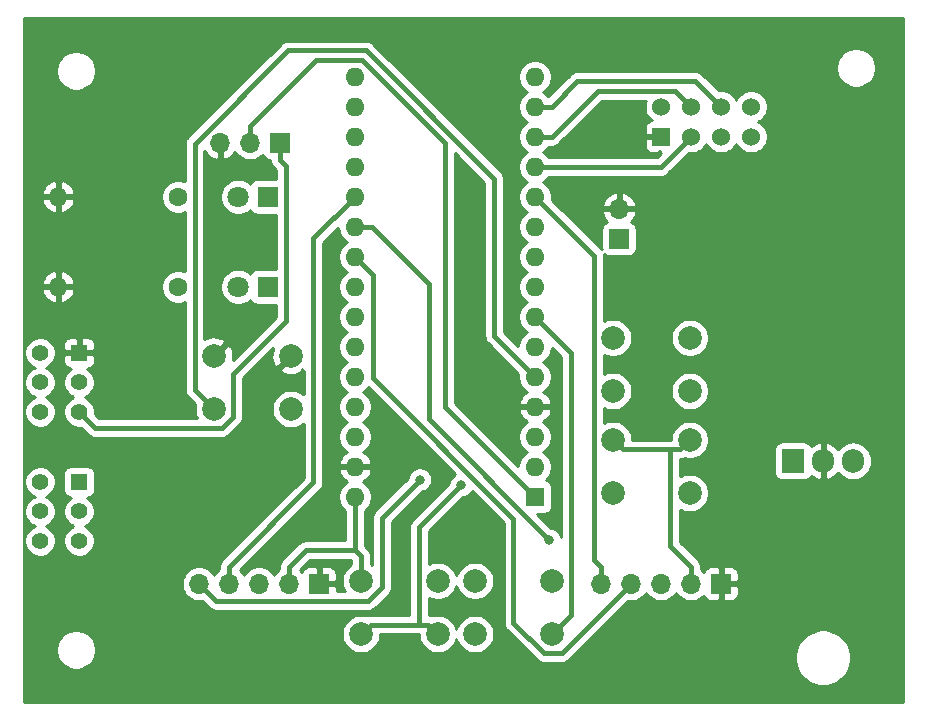
<source format=gbr>
G04 #@! TF.GenerationSoftware,KiCad,Pcbnew,(5.1.5)-3*
G04 #@! TF.CreationDate,2021-01-31T23:34:22+01:00*
G04 #@! TF.ProjectId,nadajnik_rev01,6e616461-6a6e-4696-9b5f-72657630312e,rev?*
G04 #@! TF.SameCoordinates,Original*
G04 #@! TF.FileFunction,Copper,L2,Bot*
G04 #@! TF.FilePolarity,Positive*
%FSLAX46Y46*%
G04 Gerber Fmt 4.6, Leading zero omitted, Abs format (unit mm)*
G04 Created by KiCad (PCBNEW (5.1.5)-3) date 2021-01-31 23:34:22*
%MOMM*%
%LPD*%
G04 APERTURE LIST*
%ADD10R,1.524000X1.524000*%
%ADD11C,1.524000*%
%ADD12C,1.400000*%
%ADD13R,1.400000X1.400000*%
%ADD14O,1.700000X1.700000*%
%ADD15R,1.700000X1.700000*%
%ADD16R,1.600000X1.600000*%
%ADD17O,1.600000X1.600000*%
%ADD18R,1.800000X1.800000*%
%ADD19C,1.800000*%
%ADD20C,1.600000*%
%ADD21C,2.000000*%
%ADD22R,1.905000X2.000000*%
%ADD23O,1.905000X2.000000*%
%ADD24C,0.800000*%
%ADD25C,0.400000*%
%ADD26C,0.254000*%
G04 APERTURE END LIST*
D10*
X142494000Y-66040000D03*
D11*
X142494000Y-63500000D03*
X145034000Y-66040000D03*
X145034000Y-63500000D03*
X147574000Y-66040000D03*
X147574000Y-63500000D03*
X150114000Y-66040000D03*
X150114000Y-63500000D03*
D12*
X89918000Y-100250000D03*
X89918000Y-97750000D03*
X89918000Y-95250000D03*
X93218000Y-100250000D03*
X93218000Y-97750000D03*
D13*
X93218000Y-95250000D03*
D14*
X137414000Y-103886000D03*
X139954000Y-103886000D03*
X142494000Y-103886000D03*
X145034000Y-103886000D03*
D15*
X147574000Y-103886000D03*
X113538000Y-103886000D03*
D14*
X110998000Y-103886000D03*
X108458000Y-103886000D03*
X105918000Y-103886000D03*
X103378000Y-103886000D03*
D16*
X131826000Y-96520000D03*
D17*
X116586000Y-63500000D03*
X131826000Y-93980000D03*
X116586000Y-66040000D03*
X131826000Y-91440000D03*
X116586000Y-68580000D03*
X131826000Y-88900000D03*
X116586000Y-71120000D03*
X131826000Y-86360000D03*
X116586000Y-73660000D03*
X131826000Y-83820000D03*
X116586000Y-76200000D03*
X131826000Y-81280000D03*
X116586000Y-78740000D03*
X131826000Y-78740000D03*
X116586000Y-81280000D03*
X131826000Y-76200000D03*
X116586000Y-83820000D03*
X131826000Y-73660000D03*
X116586000Y-86360000D03*
X131826000Y-71120000D03*
X116586000Y-88900000D03*
X131826000Y-68580000D03*
X116586000Y-91440000D03*
X131826000Y-66040000D03*
X116586000Y-93980000D03*
X131826000Y-63500000D03*
X116586000Y-96520000D03*
X131826000Y-60960000D03*
X116586000Y-60960000D03*
D18*
X109220000Y-71120000D03*
D19*
X106680000Y-71120000D03*
X106680000Y-78740000D03*
D18*
X109220000Y-78740000D03*
D15*
X138938000Y-74676000D03*
D14*
X138938000Y-72136000D03*
D17*
X91440000Y-71120000D03*
D20*
X101600000Y-71120000D03*
X101600000Y-78740000D03*
D17*
X91440000Y-78740000D03*
D21*
X111148000Y-84582000D03*
X111148000Y-89082000D03*
X104648000Y-84582000D03*
X104648000Y-89082000D03*
X138430000Y-96194000D03*
X138430000Y-91694000D03*
X144930000Y-96194000D03*
X144930000Y-91694000D03*
X117094000Y-108132000D03*
X117094000Y-103632000D03*
X123594000Y-108132000D03*
X123594000Y-103632000D03*
X133246000Y-103632000D03*
X133246000Y-108132000D03*
X126746000Y-103632000D03*
X126746000Y-108132000D03*
X138430000Y-87558000D03*
X138430000Y-83058000D03*
X144930000Y-87558000D03*
X144930000Y-83058000D03*
D13*
X93218000Y-84328000D03*
D12*
X93218000Y-86828000D03*
X93218000Y-89328000D03*
X89918000Y-84328000D03*
X89918000Y-86828000D03*
X89918000Y-89328000D03*
D15*
X110236000Y-66548000D03*
D14*
X107696000Y-66548000D03*
X105156000Y-66548000D03*
D22*
X153670000Y-93472000D03*
D23*
X156210000Y-93472000D03*
X158750000Y-93472000D03*
D24*
X134620000Y-59690000D03*
X133009200Y-100174200D03*
X125566200Y-95534900D03*
X122075200Y-95068900D03*
D25*
X107696000Y-66548000D02*
X107696000Y-65097700D01*
X107696000Y-65097700D02*
X113239000Y-59554700D01*
X113239000Y-59554700D02*
X117195700Y-59554700D01*
X117195700Y-59554700D02*
X124206000Y-66565000D01*
X124206000Y-66565000D02*
X124206000Y-88900000D01*
X124206000Y-88900000D02*
X131826000Y-96520000D01*
X105918000Y-103886000D02*
X105918000Y-102435700D01*
X116586000Y-71120000D02*
X113057500Y-74648500D01*
X113057500Y-74648500D02*
X113057500Y-95296200D01*
X113057500Y-95296200D02*
X105918000Y-102435700D01*
X104648000Y-89082000D02*
X103000500Y-87434500D01*
X103000500Y-87434500D02*
X103000500Y-66631800D01*
X103000500Y-66631800D02*
X110911200Y-58721100D01*
X110911200Y-58721100D02*
X117510200Y-58721100D01*
X117510200Y-58721100D02*
X128375300Y-69586200D01*
X128375300Y-69586200D02*
X128375300Y-82909300D01*
X128375300Y-82909300D02*
X131826000Y-86360000D01*
X116586000Y-73660000D02*
X117986300Y-73660000D01*
X117986300Y-73660000D02*
X122806000Y-78479700D01*
X122806000Y-78479700D02*
X122806000Y-89971000D01*
X122806000Y-89971000D02*
X133009200Y-100174200D01*
X116586000Y-76200000D02*
X118127600Y-77741600D01*
X118127600Y-77741600D02*
X118127600Y-86491200D01*
X118127600Y-86491200D02*
X129996100Y-98359700D01*
X129996100Y-98359700D02*
X129996100Y-107164300D01*
X129996100Y-107164300D02*
X132574900Y-109743100D01*
X132574900Y-109743100D02*
X134096900Y-109743100D01*
X134096900Y-109743100D02*
X139954000Y-103886000D01*
X133246000Y-108132000D02*
X134849300Y-106528700D01*
X134849300Y-106528700D02*
X134849300Y-84303300D01*
X134849300Y-84303300D02*
X131826000Y-81280000D01*
X121993100Y-107331500D02*
X117894500Y-107331500D01*
X117894500Y-107331500D02*
X117094000Y-108132000D01*
X123594000Y-108132000D02*
X122793500Y-107331500D01*
X122793500Y-107331500D02*
X121993100Y-107331500D01*
X121993100Y-107331500D02*
X121993100Y-99108000D01*
X121993100Y-99108000D02*
X125566200Y-95534900D01*
X122075200Y-95068900D02*
X118861700Y-98282400D01*
X118861700Y-98282400D02*
X118861700Y-104171700D01*
X118861700Y-104171700D02*
X117679900Y-105353500D01*
X117679900Y-105353500D02*
X104845500Y-105353500D01*
X104845500Y-105353500D02*
X103378000Y-103886000D01*
X137414000Y-103886000D02*
X137414000Y-102435700D01*
X131826000Y-71120000D02*
X136813100Y-76107100D01*
X136813100Y-76107100D02*
X136813100Y-101834800D01*
X136813100Y-101834800D02*
X137414000Y-102435700D01*
X143291100Y-92513400D02*
X139249400Y-92513400D01*
X139249400Y-92513400D02*
X138430000Y-91694000D01*
X144930000Y-91694000D02*
X144110600Y-92513400D01*
X144110600Y-92513400D02*
X143291100Y-92513400D01*
X143291100Y-92513400D02*
X143291100Y-100692800D01*
X143291100Y-100692800D02*
X145034000Y-102435700D01*
X110236000Y-66548000D02*
X110236000Y-67998300D01*
X93218000Y-89328000D02*
X94578400Y-90688400D01*
X94578400Y-90688400D02*
X105316500Y-90688400D01*
X105316500Y-90688400D02*
X106248400Y-89756500D01*
X106248400Y-89756500D02*
X106248400Y-86124400D01*
X106248400Y-86124400D02*
X110761200Y-81611600D01*
X110761200Y-81611600D02*
X110761200Y-68523500D01*
X110761200Y-68523500D02*
X110236000Y-67998300D01*
X145034000Y-103886000D02*
X145034000Y-102435700D01*
X116586000Y-101030100D02*
X112403600Y-101030100D01*
X112403600Y-101030100D02*
X110998000Y-102435700D01*
X117094000Y-103632000D02*
X117094000Y-101538100D01*
X117094000Y-101538100D02*
X116586000Y-101030100D01*
X116586000Y-101030100D02*
X116586000Y-97920300D01*
X110998000Y-103886000D02*
X110998000Y-102435700D01*
X116586000Y-96520000D02*
X116586000Y-97920300D01*
X131826000Y-68580000D02*
X142494000Y-68580000D01*
X142494000Y-68580000D02*
X145034000Y-66040000D01*
X131826000Y-66040000D02*
X133226300Y-66040000D01*
X133226300Y-66040000D02*
X137131600Y-62134700D01*
X137131600Y-62134700D02*
X143668700Y-62134700D01*
X143668700Y-62134700D02*
X145034000Y-63500000D01*
X131826000Y-63500000D02*
X133226300Y-63500000D01*
X133226300Y-63500000D02*
X135395600Y-61330700D01*
X135395600Y-61330700D02*
X145404700Y-61330700D01*
X145404700Y-61330700D02*
X147574000Y-63500000D01*
D26*
G36*
X162941000Y-113919000D02*
G01*
X88519000Y-113919000D01*
X88519000Y-109308042D01*
X91279000Y-109308042D01*
X91279000Y-109639958D01*
X91343754Y-109965496D01*
X91470772Y-110272147D01*
X91655175Y-110548125D01*
X91889875Y-110782825D01*
X92165853Y-110967228D01*
X92472504Y-111094246D01*
X92798042Y-111159000D01*
X93129958Y-111159000D01*
X93455496Y-111094246D01*
X93762147Y-110967228D01*
X94038125Y-110782825D01*
X94272825Y-110548125D01*
X94457228Y-110272147D01*
X94584246Y-109965496D01*
X94649000Y-109639958D01*
X94649000Y-109308042D01*
X94584246Y-108982504D01*
X94457228Y-108675853D01*
X94272825Y-108399875D01*
X94038125Y-108165175D01*
X93762147Y-107980772D01*
X93455496Y-107853754D01*
X93129958Y-107789000D01*
X92798042Y-107789000D01*
X92472504Y-107853754D01*
X92165853Y-107980772D01*
X91889875Y-108165175D01*
X91655175Y-108399875D01*
X91470772Y-108675853D01*
X91343754Y-108982504D01*
X91279000Y-109308042D01*
X88519000Y-109308042D01*
X88519000Y-95118514D01*
X88583000Y-95118514D01*
X88583000Y-95381486D01*
X88634304Y-95639405D01*
X88734939Y-95882359D01*
X88881038Y-96101013D01*
X89066987Y-96286962D01*
X89285641Y-96433061D01*
X89447246Y-96500000D01*
X89285641Y-96566939D01*
X89066987Y-96713038D01*
X88881038Y-96898987D01*
X88734939Y-97117641D01*
X88634304Y-97360595D01*
X88583000Y-97618514D01*
X88583000Y-97881486D01*
X88634304Y-98139405D01*
X88734939Y-98382359D01*
X88881038Y-98601013D01*
X89066987Y-98786962D01*
X89285641Y-98933061D01*
X89447246Y-99000000D01*
X89285641Y-99066939D01*
X89066987Y-99213038D01*
X88881038Y-99398987D01*
X88734939Y-99617641D01*
X88634304Y-99860595D01*
X88583000Y-100118514D01*
X88583000Y-100381486D01*
X88634304Y-100639405D01*
X88734939Y-100882359D01*
X88881038Y-101101013D01*
X89066987Y-101286962D01*
X89285641Y-101433061D01*
X89528595Y-101533696D01*
X89786514Y-101585000D01*
X90049486Y-101585000D01*
X90307405Y-101533696D01*
X90550359Y-101433061D01*
X90769013Y-101286962D01*
X90954962Y-101101013D01*
X91101061Y-100882359D01*
X91201696Y-100639405D01*
X91253000Y-100381486D01*
X91253000Y-100118514D01*
X91201696Y-99860595D01*
X91101061Y-99617641D01*
X90954962Y-99398987D01*
X90769013Y-99213038D01*
X90550359Y-99066939D01*
X90388754Y-99000000D01*
X90550359Y-98933061D01*
X90769013Y-98786962D01*
X90954962Y-98601013D01*
X91101061Y-98382359D01*
X91201696Y-98139405D01*
X91253000Y-97881486D01*
X91253000Y-97618514D01*
X91201696Y-97360595D01*
X91101061Y-97117641D01*
X90954962Y-96898987D01*
X90769013Y-96713038D01*
X90550359Y-96566939D01*
X90388754Y-96500000D01*
X90550359Y-96433061D01*
X90769013Y-96286962D01*
X90954962Y-96101013D01*
X91101061Y-95882359D01*
X91201696Y-95639405D01*
X91253000Y-95381486D01*
X91253000Y-95118514D01*
X91201696Y-94860595D01*
X91101061Y-94617641D01*
X91055866Y-94550000D01*
X91879928Y-94550000D01*
X91879928Y-95950000D01*
X91892188Y-96074482D01*
X91928498Y-96194180D01*
X91987463Y-96304494D01*
X92066815Y-96401185D01*
X92163506Y-96480537D01*
X92273820Y-96539502D01*
X92393518Y-96575812D01*
X92518000Y-96588072D01*
X92554013Y-96588072D01*
X92366987Y-96713038D01*
X92181038Y-96898987D01*
X92034939Y-97117641D01*
X91934304Y-97360595D01*
X91883000Y-97618514D01*
X91883000Y-97881486D01*
X91934304Y-98139405D01*
X92034939Y-98382359D01*
X92181038Y-98601013D01*
X92366987Y-98786962D01*
X92585641Y-98933061D01*
X92747246Y-99000000D01*
X92585641Y-99066939D01*
X92366987Y-99213038D01*
X92181038Y-99398987D01*
X92034939Y-99617641D01*
X91934304Y-99860595D01*
X91883000Y-100118514D01*
X91883000Y-100381486D01*
X91934304Y-100639405D01*
X92034939Y-100882359D01*
X92181038Y-101101013D01*
X92366987Y-101286962D01*
X92585641Y-101433061D01*
X92828595Y-101533696D01*
X93086514Y-101585000D01*
X93349486Y-101585000D01*
X93607405Y-101533696D01*
X93850359Y-101433061D01*
X94069013Y-101286962D01*
X94254962Y-101101013D01*
X94401061Y-100882359D01*
X94501696Y-100639405D01*
X94553000Y-100381486D01*
X94553000Y-100118514D01*
X94501696Y-99860595D01*
X94401061Y-99617641D01*
X94254962Y-99398987D01*
X94069013Y-99213038D01*
X93850359Y-99066939D01*
X93688754Y-99000000D01*
X93850359Y-98933061D01*
X94069013Y-98786962D01*
X94254962Y-98601013D01*
X94401061Y-98382359D01*
X94501696Y-98139405D01*
X94553000Y-97881486D01*
X94553000Y-97618514D01*
X94501696Y-97360595D01*
X94401061Y-97117641D01*
X94254962Y-96898987D01*
X94069013Y-96713038D01*
X93881987Y-96588072D01*
X93918000Y-96588072D01*
X94042482Y-96575812D01*
X94162180Y-96539502D01*
X94272494Y-96480537D01*
X94369185Y-96401185D01*
X94448537Y-96304494D01*
X94507502Y-96194180D01*
X94543812Y-96074482D01*
X94556072Y-95950000D01*
X94556072Y-94550000D01*
X94543812Y-94425518D01*
X94507502Y-94305820D01*
X94448537Y-94195506D01*
X94369185Y-94098815D01*
X94272494Y-94019463D01*
X94162180Y-93960498D01*
X94042482Y-93924188D01*
X93918000Y-93911928D01*
X92518000Y-93911928D01*
X92393518Y-93924188D01*
X92273820Y-93960498D01*
X92163506Y-94019463D01*
X92066815Y-94098815D01*
X91987463Y-94195506D01*
X91928498Y-94305820D01*
X91892188Y-94425518D01*
X91879928Y-94550000D01*
X91055866Y-94550000D01*
X90954962Y-94398987D01*
X90769013Y-94213038D01*
X90550359Y-94066939D01*
X90307405Y-93966304D01*
X90049486Y-93915000D01*
X89786514Y-93915000D01*
X89528595Y-93966304D01*
X89285641Y-94066939D01*
X89066987Y-94213038D01*
X88881038Y-94398987D01*
X88734939Y-94617641D01*
X88634304Y-94860595D01*
X88583000Y-95118514D01*
X88519000Y-95118514D01*
X88519000Y-84196514D01*
X88583000Y-84196514D01*
X88583000Y-84459486D01*
X88634304Y-84717405D01*
X88734939Y-84960359D01*
X88881038Y-85179013D01*
X89066987Y-85364962D01*
X89285641Y-85511061D01*
X89447246Y-85578000D01*
X89285641Y-85644939D01*
X89066987Y-85791038D01*
X88881038Y-85976987D01*
X88734939Y-86195641D01*
X88634304Y-86438595D01*
X88583000Y-86696514D01*
X88583000Y-86959486D01*
X88634304Y-87217405D01*
X88734939Y-87460359D01*
X88881038Y-87679013D01*
X89066987Y-87864962D01*
X89285641Y-88011061D01*
X89447246Y-88078000D01*
X89285641Y-88144939D01*
X89066987Y-88291038D01*
X88881038Y-88476987D01*
X88734939Y-88695641D01*
X88634304Y-88938595D01*
X88583000Y-89196514D01*
X88583000Y-89459486D01*
X88634304Y-89717405D01*
X88734939Y-89960359D01*
X88881038Y-90179013D01*
X89066987Y-90364962D01*
X89285641Y-90511061D01*
X89528595Y-90611696D01*
X89786514Y-90663000D01*
X90049486Y-90663000D01*
X90307405Y-90611696D01*
X90550359Y-90511061D01*
X90769013Y-90364962D01*
X90954962Y-90179013D01*
X91101061Y-89960359D01*
X91201696Y-89717405D01*
X91253000Y-89459486D01*
X91253000Y-89196514D01*
X91201696Y-88938595D01*
X91101061Y-88695641D01*
X90954962Y-88476987D01*
X90769013Y-88291038D01*
X90550359Y-88144939D01*
X90388754Y-88078000D01*
X90550359Y-88011061D01*
X90769013Y-87864962D01*
X90954962Y-87679013D01*
X91101061Y-87460359D01*
X91201696Y-87217405D01*
X91253000Y-86959486D01*
X91253000Y-86696514D01*
X91201696Y-86438595D01*
X91101061Y-86195641D01*
X90954962Y-85976987D01*
X90769013Y-85791038D01*
X90550359Y-85644939D01*
X90388754Y-85578000D01*
X90550359Y-85511061D01*
X90769013Y-85364962D01*
X90954962Y-85179013D01*
X91055865Y-85028000D01*
X91879928Y-85028000D01*
X91892188Y-85152482D01*
X91928498Y-85272180D01*
X91987463Y-85382494D01*
X92066815Y-85479185D01*
X92163506Y-85558537D01*
X92273820Y-85617502D01*
X92393518Y-85653812D01*
X92518000Y-85666072D01*
X92554417Y-85665802D01*
X92366987Y-85791038D01*
X92181038Y-85976987D01*
X92034939Y-86195641D01*
X91934304Y-86438595D01*
X91883000Y-86696514D01*
X91883000Y-86959486D01*
X91934304Y-87217405D01*
X92034939Y-87460359D01*
X92181038Y-87679013D01*
X92366987Y-87864962D01*
X92585641Y-88011061D01*
X92747246Y-88078000D01*
X92585641Y-88144939D01*
X92366987Y-88291038D01*
X92181038Y-88476987D01*
X92034939Y-88695641D01*
X91934304Y-88938595D01*
X91883000Y-89196514D01*
X91883000Y-89459486D01*
X91934304Y-89717405D01*
X92034939Y-89960359D01*
X92181038Y-90179013D01*
X92366987Y-90364962D01*
X92585641Y-90511061D01*
X92828595Y-90611696D01*
X93086514Y-90663000D01*
X93349486Y-90663000D01*
X93368375Y-90659243D01*
X93958958Y-91249826D01*
X93985109Y-91281691D01*
X94096265Y-91372914D01*
X94112254Y-91386036D01*
X94257313Y-91463572D01*
X94414711Y-91511318D01*
X94578399Y-91527440D01*
X94619418Y-91523400D01*
X105275482Y-91523400D01*
X105316500Y-91527440D01*
X105357518Y-91523400D01*
X105357519Y-91523400D01*
X105480189Y-91511318D01*
X105637587Y-91463572D01*
X105782646Y-91386036D01*
X105909791Y-91281691D01*
X105935945Y-91249822D01*
X106809833Y-90375936D01*
X106841691Y-90349791D01*
X106889048Y-90292087D01*
X106946036Y-90222646D01*
X107023572Y-90077587D01*
X107031217Y-90052385D01*
X107071318Y-89920189D01*
X107083400Y-89797519D01*
X107083400Y-89797518D01*
X107087440Y-89756500D01*
X107083400Y-89715482D01*
X107083400Y-86470267D01*
X109669060Y-83884608D01*
X109607296Y-84011571D01*
X109525616Y-84323108D01*
X109506282Y-84644595D01*
X109550039Y-84963675D01*
X109655205Y-85268088D01*
X109748186Y-85442044D01*
X110012587Y-85537808D01*
X110968395Y-84582000D01*
X110954253Y-84567858D01*
X111133858Y-84388253D01*
X111148000Y-84402395D01*
X111162143Y-84388253D01*
X111341748Y-84567858D01*
X111327605Y-84582000D01*
X111341748Y-84596143D01*
X111162143Y-84775748D01*
X111148000Y-84761605D01*
X110192192Y-85717413D01*
X110287956Y-85981814D01*
X110577571Y-86122704D01*
X110889108Y-86204384D01*
X111210595Y-86223718D01*
X111529675Y-86179961D01*
X111834088Y-86074795D01*
X112008044Y-85981814D01*
X112103807Y-85717415D01*
X112219475Y-85833083D01*
X112222501Y-85830057D01*
X112222501Y-87844262D01*
X112190252Y-87812013D01*
X111922463Y-87633082D01*
X111624912Y-87509832D01*
X111309033Y-87447000D01*
X110986967Y-87447000D01*
X110671088Y-87509832D01*
X110373537Y-87633082D01*
X110105748Y-87812013D01*
X109878013Y-88039748D01*
X109699082Y-88307537D01*
X109575832Y-88605088D01*
X109513000Y-88920967D01*
X109513000Y-89243033D01*
X109575832Y-89558912D01*
X109699082Y-89856463D01*
X109878013Y-90124252D01*
X110105748Y-90351987D01*
X110373537Y-90530918D01*
X110671088Y-90654168D01*
X110986967Y-90717000D01*
X111309033Y-90717000D01*
X111624912Y-90654168D01*
X111922463Y-90530918D01*
X112190252Y-90351987D01*
X112222501Y-90319738D01*
X112222501Y-94950330D01*
X105356574Y-101816259D01*
X105324710Y-101842409D01*
X105243907Y-101940868D01*
X105220364Y-101969555D01*
X105142828Y-102114614D01*
X105095082Y-102272012D01*
X105078960Y-102435700D01*
X105083001Y-102476728D01*
X105083001Y-102657934D01*
X104971368Y-102732525D01*
X104764525Y-102939368D01*
X104648000Y-103113760D01*
X104531475Y-102939368D01*
X104324632Y-102732525D01*
X104081411Y-102570010D01*
X103811158Y-102458068D01*
X103524260Y-102401000D01*
X103231740Y-102401000D01*
X102944842Y-102458068D01*
X102674589Y-102570010D01*
X102431368Y-102732525D01*
X102224525Y-102939368D01*
X102062010Y-103182589D01*
X101950068Y-103452842D01*
X101893000Y-103739740D01*
X101893000Y-104032260D01*
X101950068Y-104319158D01*
X102062010Y-104589411D01*
X102224525Y-104832632D01*
X102431368Y-105039475D01*
X102674589Y-105201990D01*
X102944842Y-105313932D01*
X103231740Y-105371000D01*
X103524260Y-105371000D01*
X103655940Y-105344807D01*
X104226059Y-105914926D01*
X104252209Y-105946791D01*
X104379354Y-106051136D01*
X104524413Y-106128672D01*
X104681811Y-106176418D01*
X104804481Y-106188500D01*
X104804491Y-106188500D01*
X104845499Y-106192539D01*
X104886507Y-106188500D01*
X117638882Y-106188500D01*
X117679900Y-106192540D01*
X117720918Y-106188500D01*
X117720919Y-106188500D01*
X117843589Y-106176418D01*
X118000987Y-106128672D01*
X118146046Y-106051136D01*
X118273191Y-105946791D01*
X118299345Y-105914922D01*
X119423132Y-104791137D01*
X119454991Y-104764991D01*
X119529459Y-104674252D01*
X119559336Y-104637846D01*
X119636872Y-104492787D01*
X119684618Y-104335388D01*
X119700740Y-104171700D01*
X119696700Y-104130682D01*
X119696700Y-98628267D01*
X122231975Y-96092992D01*
X122377098Y-96064126D01*
X122565456Y-95986105D01*
X122734974Y-95872837D01*
X122879137Y-95728674D01*
X122992405Y-95559156D01*
X123070426Y-95370798D01*
X123110200Y-95170839D01*
X123110200Y-94966961D01*
X123070426Y-94767002D01*
X122992405Y-94578644D01*
X122879137Y-94409126D01*
X122734974Y-94264963D01*
X122565456Y-94151695D01*
X122377098Y-94073674D01*
X122177139Y-94033900D01*
X121973261Y-94033900D01*
X121773302Y-94073674D01*
X121584944Y-94151695D01*
X121415426Y-94264963D01*
X121271263Y-94409126D01*
X121157995Y-94578644D01*
X121079974Y-94767002D01*
X121051108Y-94912125D01*
X118300279Y-97662954D01*
X118268409Y-97689109D01*
X118201052Y-97771185D01*
X118164064Y-97816255D01*
X118086528Y-97961314D01*
X118038782Y-98118712D01*
X118022660Y-98282400D01*
X118026700Y-98323419D01*
X118026701Y-102288813D01*
X117929000Y-102223532D01*
X117929000Y-101579107D01*
X117933039Y-101538099D01*
X117929000Y-101497091D01*
X117929000Y-101497081D01*
X117916918Y-101374411D01*
X117869172Y-101217013D01*
X117791636Y-101071954D01*
X117687291Y-100944809D01*
X117655421Y-100918654D01*
X117421000Y-100684233D01*
X117421000Y-97687930D01*
X117500759Y-97634637D01*
X117700637Y-97434759D01*
X117857680Y-97199727D01*
X117965853Y-96938574D01*
X118021000Y-96661335D01*
X118021000Y-96378665D01*
X117965853Y-96101426D01*
X117857680Y-95840273D01*
X117700637Y-95605241D01*
X117500759Y-95405363D01*
X117265727Y-95248320D01*
X117255135Y-95243933D01*
X117441131Y-95132385D01*
X117649519Y-94943414D01*
X117817037Y-94717420D01*
X117937246Y-94463087D01*
X117977904Y-94329039D01*
X117855915Y-94107000D01*
X116713000Y-94107000D01*
X116713000Y-94127000D01*
X116459000Y-94127000D01*
X116459000Y-94107000D01*
X115316085Y-94107000D01*
X115194096Y-94329039D01*
X115234754Y-94463087D01*
X115354963Y-94717420D01*
X115522481Y-94943414D01*
X115730869Y-95132385D01*
X115916865Y-95243933D01*
X115906273Y-95248320D01*
X115671241Y-95405363D01*
X115471363Y-95605241D01*
X115314320Y-95840273D01*
X115206147Y-96101426D01*
X115151000Y-96378665D01*
X115151000Y-96661335D01*
X115206147Y-96938574D01*
X115314320Y-97199727D01*
X115471363Y-97434759D01*
X115671241Y-97634637D01*
X115751001Y-97687931D01*
X115751001Y-97879281D01*
X115751000Y-100195100D01*
X112444618Y-100195100D01*
X112403600Y-100191060D01*
X112362582Y-100195100D01*
X112362581Y-100195100D01*
X112239911Y-100207182D01*
X112175717Y-100226655D01*
X112082513Y-100254928D01*
X111937454Y-100332464D01*
X111889628Y-100371714D01*
X111810309Y-100436809D01*
X111784163Y-100468668D01*
X110436574Y-101816259D01*
X110404710Y-101842409D01*
X110323907Y-101940868D01*
X110300364Y-101969555D01*
X110222828Y-102114614D01*
X110175082Y-102272012D01*
X110158960Y-102435700D01*
X110163001Y-102476728D01*
X110163001Y-102657934D01*
X110051368Y-102732525D01*
X109844525Y-102939368D01*
X109728000Y-103113760D01*
X109611475Y-102939368D01*
X109404632Y-102732525D01*
X109161411Y-102570010D01*
X108891158Y-102458068D01*
X108604260Y-102401000D01*
X108311740Y-102401000D01*
X108024842Y-102458068D01*
X107754589Y-102570010D01*
X107511368Y-102732525D01*
X107304525Y-102939368D01*
X107188000Y-103113760D01*
X107071475Y-102939368D01*
X106864632Y-102732525D01*
X106827112Y-102707455D01*
X113618932Y-95915637D01*
X113650791Y-95889491D01*
X113755136Y-95762346D01*
X113832672Y-95617287D01*
X113880418Y-95459889D01*
X113892500Y-95337219D01*
X113892500Y-95337218D01*
X113896540Y-95296200D01*
X113892500Y-95255182D01*
X113892500Y-74994367D01*
X115151000Y-73735868D01*
X115151000Y-73801335D01*
X115206147Y-74078574D01*
X115314320Y-74339727D01*
X115471363Y-74574759D01*
X115671241Y-74774637D01*
X115903759Y-74930000D01*
X115671241Y-75085363D01*
X115471363Y-75285241D01*
X115314320Y-75520273D01*
X115206147Y-75781426D01*
X115151000Y-76058665D01*
X115151000Y-76341335D01*
X115206147Y-76618574D01*
X115314320Y-76879727D01*
X115471363Y-77114759D01*
X115671241Y-77314637D01*
X115903759Y-77470000D01*
X115671241Y-77625363D01*
X115471363Y-77825241D01*
X115314320Y-78060273D01*
X115206147Y-78321426D01*
X115151000Y-78598665D01*
X115151000Y-78881335D01*
X115206147Y-79158574D01*
X115314320Y-79419727D01*
X115471363Y-79654759D01*
X115671241Y-79854637D01*
X115903759Y-80010000D01*
X115671241Y-80165363D01*
X115471363Y-80365241D01*
X115314320Y-80600273D01*
X115206147Y-80861426D01*
X115151000Y-81138665D01*
X115151000Y-81421335D01*
X115206147Y-81698574D01*
X115314320Y-81959727D01*
X115471363Y-82194759D01*
X115671241Y-82394637D01*
X115903759Y-82550000D01*
X115671241Y-82705363D01*
X115471363Y-82905241D01*
X115314320Y-83140273D01*
X115206147Y-83401426D01*
X115151000Y-83678665D01*
X115151000Y-83961335D01*
X115206147Y-84238574D01*
X115314320Y-84499727D01*
X115471363Y-84734759D01*
X115671241Y-84934637D01*
X115903759Y-85090000D01*
X115671241Y-85245363D01*
X115471363Y-85445241D01*
X115314320Y-85680273D01*
X115206147Y-85941426D01*
X115151000Y-86218665D01*
X115151000Y-86501335D01*
X115206147Y-86778574D01*
X115314320Y-87039727D01*
X115471363Y-87274759D01*
X115671241Y-87474637D01*
X115903759Y-87630000D01*
X115671241Y-87785363D01*
X115471363Y-87985241D01*
X115314320Y-88220273D01*
X115206147Y-88481426D01*
X115151000Y-88758665D01*
X115151000Y-89041335D01*
X115206147Y-89318574D01*
X115314320Y-89579727D01*
X115471363Y-89814759D01*
X115671241Y-90014637D01*
X115903759Y-90170000D01*
X115671241Y-90325363D01*
X115471363Y-90525241D01*
X115314320Y-90760273D01*
X115206147Y-91021426D01*
X115151000Y-91298665D01*
X115151000Y-91581335D01*
X115206147Y-91858574D01*
X115314320Y-92119727D01*
X115471363Y-92354759D01*
X115671241Y-92554637D01*
X115906273Y-92711680D01*
X115916865Y-92716067D01*
X115730869Y-92827615D01*
X115522481Y-93016586D01*
X115354963Y-93242580D01*
X115234754Y-93496913D01*
X115194096Y-93630961D01*
X115316085Y-93853000D01*
X116459000Y-93853000D01*
X116459000Y-93833000D01*
X116713000Y-93833000D01*
X116713000Y-93853000D01*
X117855915Y-93853000D01*
X117977904Y-93630961D01*
X117937246Y-93496913D01*
X117817037Y-93242580D01*
X117649519Y-93016586D01*
X117441131Y-92827615D01*
X117255135Y-92716067D01*
X117265727Y-92711680D01*
X117500759Y-92554637D01*
X117700637Y-92354759D01*
X117857680Y-92119727D01*
X117965853Y-91858574D01*
X118021000Y-91581335D01*
X118021000Y-91298665D01*
X117965853Y-91021426D01*
X117857680Y-90760273D01*
X117700637Y-90525241D01*
X117500759Y-90325363D01*
X117268241Y-90170000D01*
X117500759Y-90014637D01*
X117700637Y-89814759D01*
X117857680Y-89579727D01*
X117965853Y-89318574D01*
X118021000Y-89041335D01*
X118021000Y-88758665D01*
X117965853Y-88481426D01*
X117857680Y-88220273D01*
X117700637Y-87985241D01*
X117500759Y-87785363D01*
X117268241Y-87630000D01*
X117500759Y-87474637D01*
X117700637Y-87274759D01*
X117712515Y-87256982D01*
X125074315Y-94618783D01*
X124906426Y-94730963D01*
X124762263Y-94875126D01*
X124648995Y-95044644D01*
X124570974Y-95233002D01*
X124542108Y-95378125D01*
X121431674Y-98488559D01*
X121399810Y-98514709D01*
X121373662Y-98546571D01*
X121295464Y-98641855D01*
X121217928Y-98786914D01*
X121170182Y-98944312D01*
X121154060Y-99108000D01*
X121158101Y-99149029D01*
X121158100Y-106496500D01*
X117935518Y-106496500D01*
X117894500Y-106492460D01*
X117853481Y-106496500D01*
X117730811Y-106508582D01*
X117573413Y-106556328D01*
X117567957Y-106559244D01*
X117255033Y-106497000D01*
X116932967Y-106497000D01*
X116617088Y-106559832D01*
X116319537Y-106683082D01*
X116051748Y-106862013D01*
X115824013Y-107089748D01*
X115645082Y-107357537D01*
X115521832Y-107655088D01*
X115459000Y-107970967D01*
X115459000Y-108293033D01*
X115521832Y-108608912D01*
X115645082Y-108906463D01*
X115824013Y-109174252D01*
X116051748Y-109401987D01*
X116319537Y-109580918D01*
X116617088Y-109704168D01*
X116932967Y-109767000D01*
X117255033Y-109767000D01*
X117570912Y-109704168D01*
X117868463Y-109580918D01*
X118136252Y-109401987D01*
X118363987Y-109174252D01*
X118542918Y-108906463D01*
X118666168Y-108608912D01*
X118729000Y-108293033D01*
X118729000Y-108166500D01*
X121952081Y-108166500D01*
X121959000Y-108167181D01*
X121959000Y-108293033D01*
X122021832Y-108608912D01*
X122145082Y-108906463D01*
X122324013Y-109174252D01*
X122551748Y-109401987D01*
X122819537Y-109580918D01*
X123117088Y-109704168D01*
X123432967Y-109767000D01*
X123755033Y-109767000D01*
X124070912Y-109704168D01*
X124368463Y-109580918D01*
X124636252Y-109401987D01*
X124863987Y-109174252D01*
X125042918Y-108906463D01*
X125166168Y-108608912D01*
X125170000Y-108589647D01*
X125173832Y-108608912D01*
X125297082Y-108906463D01*
X125476013Y-109174252D01*
X125703748Y-109401987D01*
X125971537Y-109580918D01*
X126269088Y-109704168D01*
X126584967Y-109767000D01*
X126907033Y-109767000D01*
X127222912Y-109704168D01*
X127520463Y-109580918D01*
X127788252Y-109401987D01*
X128015987Y-109174252D01*
X128194918Y-108906463D01*
X128318168Y-108608912D01*
X128381000Y-108293033D01*
X128381000Y-107970967D01*
X128318168Y-107655088D01*
X128194918Y-107357537D01*
X128015987Y-107089748D01*
X127788252Y-106862013D01*
X127520463Y-106683082D01*
X127222912Y-106559832D01*
X126907033Y-106497000D01*
X126584967Y-106497000D01*
X126269088Y-106559832D01*
X125971537Y-106683082D01*
X125703748Y-106862013D01*
X125476013Y-107089748D01*
X125297082Y-107357537D01*
X125173832Y-107655088D01*
X125170000Y-107674353D01*
X125166168Y-107655088D01*
X125042918Y-107357537D01*
X124863987Y-107089748D01*
X124636252Y-106862013D01*
X124368463Y-106683082D01*
X124070912Y-106559832D01*
X123755033Y-106497000D01*
X123432967Y-106497000D01*
X123120043Y-106559244D01*
X123114587Y-106556328D01*
X122957189Y-106508582D01*
X122834519Y-106496500D01*
X122834518Y-106496500D01*
X122828100Y-106495868D01*
X122828100Y-105084465D01*
X123117088Y-105204168D01*
X123432967Y-105267000D01*
X123755033Y-105267000D01*
X124070912Y-105204168D01*
X124368463Y-105080918D01*
X124636252Y-104901987D01*
X124863987Y-104674252D01*
X125042918Y-104406463D01*
X125166168Y-104108912D01*
X125170000Y-104089647D01*
X125173832Y-104108912D01*
X125297082Y-104406463D01*
X125476013Y-104674252D01*
X125703748Y-104901987D01*
X125971537Y-105080918D01*
X126269088Y-105204168D01*
X126584967Y-105267000D01*
X126907033Y-105267000D01*
X127222912Y-105204168D01*
X127520463Y-105080918D01*
X127788252Y-104901987D01*
X128015987Y-104674252D01*
X128194918Y-104406463D01*
X128318168Y-104108912D01*
X128381000Y-103793033D01*
X128381000Y-103470967D01*
X128318168Y-103155088D01*
X128194918Y-102857537D01*
X128015987Y-102589748D01*
X127788252Y-102362013D01*
X127520463Y-102183082D01*
X127222912Y-102059832D01*
X126907033Y-101997000D01*
X126584967Y-101997000D01*
X126269088Y-102059832D01*
X125971537Y-102183082D01*
X125703748Y-102362013D01*
X125476013Y-102589748D01*
X125297082Y-102857537D01*
X125173832Y-103155088D01*
X125170000Y-103174353D01*
X125166168Y-103155088D01*
X125042918Y-102857537D01*
X124863987Y-102589748D01*
X124636252Y-102362013D01*
X124368463Y-102183082D01*
X124070912Y-102059832D01*
X123755033Y-101997000D01*
X123432967Y-101997000D01*
X123117088Y-102059832D01*
X122828100Y-102179535D01*
X122828100Y-99453867D01*
X125722975Y-96558992D01*
X125868098Y-96530126D01*
X126056456Y-96452105D01*
X126225974Y-96338837D01*
X126370137Y-96194674D01*
X126482317Y-96026785D01*
X129161100Y-98705569D01*
X129161101Y-107123271D01*
X129157060Y-107164300D01*
X129173182Y-107327988D01*
X129220928Y-107485386D01*
X129226168Y-107495189D01*
X129298465Y-107630446D01*
X129402810Y-107757591D01*
X129434674Y-107783741D01*
X131955463Y-110304532D01*
X131981609Y-110336391D01*
X132013468Y-110362537D01*
X132013470Y-110362539D01*
X132108754Y-110440736D01*
X132253813Y-110518272D01*
X132411211Y-110566018D01*
X132574900Y-110582140D01*
X132615918Y-110578100D01*
X134055882Y-110578100D01*
X134096900Y-110582140D01*
X134137918Y-110578100D01*
X134137919Y-110578100D01*
X134260589Y-110566018D01*
X134417987Y-110518272D01*
X134563046Y-110440736D01*
X134690191Y-110336391D01*
X134716346Y-110304521D01*
X135123769Y-109897098D01*
X153825000Y-109897098D01*
X153825000Y-110366902D01*
X153916654Y-110827679D01*
X154096440Y-111261721D01*
X154357450Y-111652349D01*
X154689651Y-111984550D01*
X155080279Y-112245560D01*
X155514321Y-112425346D01*
X155975098Y-112517000D01*
X156444902Y-112517000D01*
X156905679Y-112425346D01*
X157339721Y-112245560D01*
X157730349Y-111984550D01*
X158062550Y-111652349D01*
X158323560Y-111261721D01*
X158503346Y-110827679D01*
X158595000Y-110366902D01*
X158595000Y-109897098D01*
X158503346Y-109436321D01*
X158323560Y-109002279D01*
X158062550Y-108611651D01*
X157730349Y-108279450D01*
X157339721Y-108018440D01*
X156905679Y-107838654D01*
X156444902Y-107747000D01*
X155975098Y-107747000D01*
X155514321Y-107838654D01*
X155080279Y-108018440D01*
X154689651Y-108279450D01*
X154357450Y-108611651D01*
X154096440Y-109002279D01*
X153916654Y-109436321D01*
X153825000Y-109897098D01*
X135123769Y-109897098D01*
X139676061Y-105344807D01*
X139807740Y-105371000D01*
X140100260Y-105371000D01*
X140387158Y-105313932D01*
X140657411Y-105201990D01*
X140900632Y-105039475D01*
X141107475Y-104832632D01*
X141224000Y-104658240D01*
X141340525Y-104832632D01*
X141547368Y-105039475D01*
X141790589Y-105201990D01*
X142060842Y-105313932D01*
X142347740Y-105371000D01*
X142640260Y-105371000D01*
X142927158Y-105313932D01*
X143197411Y-105201990D01*
X143440632Y-105039475D01*
X143647475Y-104832632D01*
X143764000Y-104658240D01*
X143880525Y-104832632D01*
X144087368Y-105039475D01*
X144330589Y-105201990D01*
X144600842Y-105313932D01*
X144887740Y-105371000D01*
X145180260Y-105371000D01*
X145467158Y-105313932D01*
X145737411Y-105201990D01*
X145980632Y-105039475D01*
X146112487Y-104907620D01*
X146134498Y-104980180D01*
X146193463Y-105090494D01*
X146272815Y-105187185D01*
X146369506Y-105266537D01*
X146479820Y-105325502D01*
X146599518Y-105361812D01*
X146724000Y-105374072D01*
X147288250Y-105371000D01*
X147447000Y-105212250D01*
X147447000Y-104013000D01*
X147701000Y-104013000D01*
X147701000Y-105212250D01*
X147859750Y-105371000D01*
X148424000Y-105374072D01*
X148548482Y-105361812D01*
X148668180Y-105325502D01*
X148778494Y-105266537D01*
X148875185Y-105187185D01*
X148954537Y-105090494D01*
X149013502Y-104980180D01*
X149049812Y-104860482D01*
X149062072Y-104736000D01*
X149059000Y-104171750D01*
X148900250Y-104013000D01*
X147701000Y-104013000D01*
X147447000Y-104013000D01*
X147427000Y-104013000D01*
X147427000Y-103759000D01*
X147447000Y-103759000D01*
X147447000Y-102559750D01*
X147701000Y-102559750D01*
X147701000Y-103759000D01*
X148900250Y-103759000D01*
X149059000Y-103600250D01*
X149062072Y-103036000D01*
X149049812Y-102911518D01*
X149013502Y-102791820D01*
X148954537Y-102681506D01*
X148875185Y-102584815D01*
X148778494Y-102505463D01*
X148668180Y-102446498D01*
X148548482Y-102410188D01*
X148424000Y-102397928D01*
X147859750Y-102401000D01*
X147701000Y-102559750D01*
X147447000Y-102559750D01*
X147288250Y-102401000D01*
X146724000Y-102397928D01*
X146599518Y-102410188D01*
X146479820Y-102446498D01*
X146369506Y-102505463D01*
X146272815Y-102584815D01*
X146193463Y-102681506D01*
X146134498Y-102791820D01*
X146112487Y-102864380D01*
X145980632Y-102732525D01*
X145869000Y-102657935D01*
X145869000Y-102476718D01*
X145873040Y-102435700D01*
X145856918Y-102272011D01*
X145809172Y-102114613D01*
X145731636Y-101969554D01*
X145653439Y-101874270D01*
X145653437Y-101874268D01*
X145627291Y-101842409D01*
X145595432Y-101816263D01*
X144126100Y-100346933D01*
X144126100Y-97623249D01*
X144155537Y-97642918D01*
X144453088Y-97766168D01*
X144768967Y-97829000D01*
X145091033Y-97829000D01*
X145406912Y-97766168D01*
X145704463Y-97642918D01*
X145972252Y-97463987D01*
X146199987Y-97236252D01*
X146378918Y-96968463D01*
X146502168Y-96670912D01*
X146565000Y-96355033D01*
X146565000Y-96032967D01*
X146502168Y-95717088D01*
X146378918Y-95419537D01*
X146199987Y-95151748D01*
X145972252Y-94924013D01*
X145704463Y-94745082D01*
X145406912Y-94621832D01*
X145091033Y-94559000D01*
X144768967Y-94559000D01*
X144453088Y-94621832D01*
X144155537Y-94745082D01*
X144126100Y-94764751D01*
X144126100Y-93350913D01*
X144151618Y-93348400D01*
X144151619Y-93348400D01*
X144274289Y-93336318D01*
X144431687Y-93288572D01*
X144468038Y-93269142D01*
X144768967Y-93329000D01*
X145091033Y-93329000D01*
X145406912Y-93266168D01*
X145704463Y-93142918D01*
X145972252Y-92963987D01*
X146199987Y-92736252D01*
X146376554Y-92472000D01*
X152079428Y-92472000D01*
X152079428Y-94472000D01*
X152091688Y-94596482D01*
X152127998Y-94716180D01*
X152186963Y-94826494D01*
X152266315Y-94923185D01*
X152363006Y-95002537D01*
X152473320Y-95061502D01*
X152593018Y-95097812D01*
X152717500Y-95110072D01*
X154622500Y-95110072D01*
X154746982Y-95097812D01*
X154866680Y-95061502D01*
X154976994Y-95002537D01*
X155073685Y-94923185D01*
X155153037Y-94826494D01*
X155202059Y-94734781D01*
X155343077Y-94847969D01*
X155618906Y-94991571D01*
X155837020Y-95062563D01*
X156083000Y-94942594D01*
X156083000Y-93599000D01*
X156063000Y-93599000D01*
X156063000Y-93345000D01*
X156083000Y-93345000D01*
X156083000Y-92001406D01*
X156337000Y-92001406D01*
X156337000Y-93345000D01*
X156357000Y-93345000D01*
X156357000Y-93599000D01*
X156337000Y-93599000D01*
X156337000Y-94942594D01*
X156582980Y-95062563D01*
X156801094Y-94991571D01*
X157076923Y-94847969D01*
X157319437Y-94653315D01*
X157474837Y-94468101D01*
X157622037Y-94647463D01*
X157863766Y-94845845D01*
X158139552Y-94993255D01*
X158438797Y-95084030D01*
X158750000Y-95114681D01*
X159061204Y-95084030D01*
X159360449Y-94993255D01*
X159636235Y-94845845D01*
X159877963Y-94647463D01*
X160076345Y-94405734D01*
X160223755Y-94129948D01*
X160314530Y-93830703D01*
X160337500Y-93597485D01*
X160337500Y-93346514D01*
X160314530Y-93113296D01*
X160223755Y-92814051D01*
X160076345Y-92538265D01*
X159877963Y-92296537D01*
X159636234Y-92098155D01*
X159360448Y-91950745D01*
X159061203Y-91859970D01*
X158750000Y-91829319D01*
X158438796Y-91859970D01*
X158139551Y-91950745D01*
X157863765Y-92098155D01*
X157622037Y-92296537D01*
X157474838Y-92475900D01*
X157319437Y-92290685D01*
X157076923Y-92096031D01*
X156801094Y-91952429D01*
X156582980Y-91881437D01*
X156337000Y-92001406D01*
X156083000Y-92001406D01*
X155837020Y-91881437D01*
X155618906Y-91952429D01*
X155343077Y-92096031D01*
X155202059Y-92209219D01*
X155153037Y-92117506D01*
X155073685Y-92020815D01*
X154976994Y-91941463D01*
X154866680Y-91882498D01*
X154746982Y-91846188D01*
X154622500Y-91833928D01*
X152717500Y-91833928D01*
X152593018Y-91846188D01*
X152473320Y-91882498D01*
X152363006Y-91941463D01*
X152266315Y-92020815D01*
X152186963Y-92117506D01*
X152127998Y-92227820D01*
X152091688Y-92347518D01*
X152079428Y-92472000D01*
X146376554Y-92472000D01*
X146378918Y-92468463D01*
X146502168Y-92170912D01*
X146565000Y-91855033D01*
X146565000Y-91532967D01*
X146502168Y-91217088D01*
X146378918Y-90919537D01*
X146199987Y-90651748D01*
X145972252Y-90424013D01*
X145704463Y-90245082D01*
X145406912Y-90121832D01*
X145091033Y-90059000D01*
X144768967Y-90059000D01*
X144453088Y-90121832D01*
X144155537Y-90245082D01*
X143887748Y-90424013D01*
X143660013Y-90651748D01*
X143481082Y-90919537D01*
X143357832Y-91217088D01*
X143295000Y-91532967D01*
X143295000Y-91674744D01*
X143291100Y-91674360D01*
X143250081Y-91678400D01*
X140065000Y-91678400D01*
X140065000Y-91532967D01*
X140002168Y-91217088D01*
X139878918Y-90919537D01*
X139699987Y-90651748D01*
X139472252Y-90424013D01*
X139204463Y-90245082D01*
X138906912Y-90121832D01*
X138591033Y-90059000D01*
X138268967Y-90059000D01*
X137953088Y-90121832D01*
X137655537Y-90245082D01*
X137648100Y-90250051D01*
X137648100Y-89001949D01*
X137655537Y-89006918D01*
X137953088Y-89130168D01*
X138268967Y-89193000D01*
X138591033Y-89193000D01*
X138906912Y-89130168D01*
X139204463Y-89006918D01*
X139472252Y-88827987D01*
X139699987Y-88600252D01*
X139878918Y-88332463D01*
X140002168Y-88034912D01*
X140065000Y-87719033D01*
X140065000Y-87396967D01*
X143295000Y-87396967D01*
X143295000Y-87719033D01*
X143357832Y-88034912D01*
X143481082Y-88332463D01*
X143660013Y-88600252D01*
X143887748Y-88827987D01*
X144155537Y-89006918D01*
X144453088Y-89130168D01*
X144768967Y-89193000D01*
X145091033Y-89193000D01*
X145406912Y-89130168D01*
X145704463Y-89006918D01*
X145972252Y-88827987D01*
X146199987Y-88600252D01*
X146378918Y-88332463D01*
X146502168Y-88034912D01*
X146565000Y-87719033D01*
X146565000Y-87396967D01*
X146502168Y-87081088D01*
X146378918Y-86783537D01*
X146199987Y-86515748D01*
X145972252Y-86288013D01*
X145704463Y-86109082D01*
X145406912Y-85985832D01*
X145091033Y-85923000D01*
X144768967Y-85923000D01*
X144453088Y-85985832D01*
X144155537Y-86109082D01*
X143887748Y-86288013D01*
X143660013Y-86515748D01*
X143481082Y-86783537D01*
X143357832Y-87081088D01*
X143295000Y-87396967D01*
X140065000Y-87396967D01*
X140002168Y-87081088D01*
X139878918Y-86783537D01*
X139699987Y-86515748D01*
X139472252Y-86288013D01*
X139204463Y-86109082D01*
X138906912Y-85985832D01*
X138591033Y-85923000D01*
X138268967Y-85923000D01*
X137953088Y-85985832D01*
X137655537Y-86109082D01*
X137648100Y-86114051D01*
X137648100Y-84501949D01*
X137655537Y-84506918D01*
X137953088Y-84630168D01*
X138268967Y-84693000D01*
X138591033Y-84693000D01*
X138906912Y-84630168D01*
X139204463Y-84506918D01*
X139472252Y-84327987D01*
X139699987Y-84100252D01*
X139878918Y-83832463D01*
X140002168Y-83534912D01*
X140065000Y-83219033D01*
X140065000Y-82896967D01*
X143295000Y-82896967D01*
X143295000Y-83219033D01*
X143357832Y-83534912D01*
X143481082Y-83832463D01*
X143660013Y-84100252D01*
X143887748Y-84327987D01*
X144155537Y-84506918D01*
X144453088Y-84630168D01*
X144768967Y-84693000D01*
X145091033Y-84693000D01*
X145406912Y-84630168D01*
X145704463Y-84506918D01*
X145972252Y-84327987D01*
X146199987Y-84100252D01*
X146378918Y-83832463D01*
X146502168Y-83534912D01*
X146565000Y-83219033D01*
X146565000Y-82896967D01*
X146502168Y-82581088D01*
X146378918Y-82283537D01*
X146199987Y-82015748D01*
X145972252Y-81788013D01*
X145704463Y-81609082D01*
X145406912Y-81485832D01*
X145091033Y-81423000D01*
X144768967Y-81423000D01*
X144453088Y-81485832D01*
X144155537Y-81609082D01*
X143887748Y-81788013D01*
X143660013Y-82015748D01*
X143481082Y-82283537D01*
X143357832Y-82581088D01*
X143295000Y-82896967D01*
X140065000Y-82896967D01*
X140002168Y-82581088D01*
X139878918Y-82283537D01*
X139699987Y-82015748D01*
X139472252Y-81788013D01*
X139204463Y-81609082D01*
X138906912Y-81485832D01*
X138591033Y-81423000D01*
X138268967Y-81423000D01*
X137953088Y-81485832D01*
X137655537Y-81609082D01*
X137648100Y-81614051D01*
X137648100Y-76148107D01*
X137652139Y-76107099D01*
X137648100Y-76066091D01*
X137648100Y-76066081D01*
X137639567Y-75979443D01*
X137733506Y-76056537D01*
X137843820Y-76115502D01*
X137963518Y-76151812D01*
X138088000Y-76164072D01*
X139788000Y-76164072D01*
X139912482Y-76151812D01*
X140032180Y-76115502D01*
X140142494Y-76056537D01*
X140239185Y-75977185D01*
X140318537Y-75880494D01*
X140377502Y-75770180D01*
X140413812Y-75650482D01*
X140426072Y-75526000D01*
X140426072Y-73826000D01*
X140413812Y-73701518D01*
X140377502Y-73581820D01*
X140318537Y-73471506D01*
X140239185Y-73374815D01*
X140142494Y-73295463D01*
X140032180Y-73236498D01*
X139951534Y-73212034D01*
X140035588Y-73136269D01*
X140209641Y-72902920D01*
X140334825Y-72640099D01*
X140379476Y-72492890D01*
X140258155Y-72263000D01*
X139065000Y-72263000D01*
X139065000Y-72283000D01*
X138811000Y-72283000D01*
X138811000Y-72263000D01*
X137617845Y-72263000D01*
X137496524Y-72492890D01*
X137541175Y-72640099D01*
X137666359Y-72902920D01*
X137840412Y-73136269D01*
X137924466Y-73212034D01*
X137843820Y-73236498D01*
X137733506Y-73295463D01*
X137636815Y-73374815D01*
X137557463Y-73471506D01*
X137498498Y-73581820D01*
X137462188Y-73701518D01*
X137449928Y-73826000D01*
X137449928Y-75526000D01*
X137454501Y-75572431D01*
X137406391Y-75513809D01*
X137374528Y-75487660D01*
X133665978Y-71779110D01*
X137496524Y-71779110D01*
X137617845Y-72009000D01*
X138811000Y-72009000D01*
X138811000Y-70815186D01*
X139065000Y-70815186D01*
X139065000Y-72009000D01*
X140258155Y-72009000D01*
X140379476Y-71779110D01*
X140334825Y-71631901D01*
X140209641Y-71369080D01*
X140035588Y-71135731D01*
X139819355Y-70940822D01*
X139569252Y-70791843D01*
X139294891Y-70694519D01*
X139065000Y-70815186D01*
X138811000Y-70815186D01*
X138581109Y-70694519D01*
X138306748Y-70791843D01*
X138056645Y-70940822D01*
X137840412Y-71135731D01*
X137666359Y-71369080D01*
X137541175Y-71631901D01*
X137496524Y-71779110D01*
X133665978Y-71779110D01*
X133242285Y-71355418D01*
X133261000Y-71261335D01*
X133261000Y-70978665D01*
X133205853Y-70701426D01*
X133097680Y-70440273D01*
X132940637Y-70205241D01*
X132740759Y-70005363D01*
X132508241Y-69850000D01*
X132740759Y-69694637D01*
X132940637Y-69494759D01*
X132993930Y-69415000D01*
X142452982Y-69415000D01*
X142494000Y-69419040D01*
X142535018Y-69415000D01*
X142535019Y-69415000D01*
X142657689Y-69402918D01*
X142815087Y-69355172D01*
X142960146Y-69277636D01*
X143087291Y-69173291D01*
X143113446Y-69141421D01*
X144830898Y-67423969D01*
X144896408Y-67437000D01*
X145171592Y-67437000D01*
X145441490Y-67383314D01*
X145695727Y-67278005D01*
X145924535Y-67125120D01*
X146119120Y-66930535D01*
X146272005Y-66701727D01*
X146304000Y-66624485D01*
X146335995Y-66701727D01*
X146488880Y-66930535D01*
X146683465Y-67125120D01*
X146912273Y-67278005D01*
X147166510Y-67383314D01*
X147436408Y-67437000D01*
X147711592Y-67437000D01*
X147981490Y-67383314D01*
X148235727Y-67278005D01*
X148464535Y-67125120D01*
X148659120Y-66930535D01*
X148812005Y-66701727D01*
X148844000Y-66624485D01*
X148875995Y-66701727D01*
X149028880Y-66930535D01*
X149223465Y-67125120D01*
X149452273Y-67278005D01*
X149706510Y-67383314D01*
X149976408Y-67437000D01*
X150251592Y-67437000D01*
X150521490Y-67383314D01*
X150775727Y-67278005D01*
X151004535Y-67125120D01*
X151199120Y-66930535D01*
X151352005Y-66701727D01*
X151457314Y-66447490D01*
X151511000Y-66177592D01*
X151511000Y-65902408D01*
X151457314Y-65632510D01*
X151352005Y-65378273D01*
X151199120Y-65149465D01*
X151004535Y-64954880D01*
X150775727Y-64801995D01*
X150698485Y-64770000D01*
X150775727Y-64738005D01*
X151004535Y-64585120D01*
X151199120Y-64390535D01*
X151352005Y-64161727D01*
X151457314Y-63907490D01*
X151511000Y-63637592D01*
X151511000Y-63362408D01*
X151457314Y-63092510D01*
X151352005Y-62838273D01*
X151199120Y-62609465D01*
X151004535Y-62414880D01*
X150775727Y-62261995D01*
X150521490Y-62156686D01*
X150251592Y-62103000D01*
X149976408Y-62103000D01*
X149706510Y-62156686D01*
X149452273Y-62261995D01*
X149223465Y-62414880D01*
X149028880Y-62609465D01*
X148875995Y-62838273D01*
X148844000Y-62915515D01*
X148812005Y-62838273D01*
X148659120Y-62609465D01*
X148464535Y-62414880D01*
X148235727Y-62261995D01*
X147981490Y-62156686D01*
X147711592Y-62103000D01*
X147436408Y-62103000D01*
X147370898Y-62116031D01*
X146024146Y-60769279D01*
X145997991Y-60737409D01*
X145870846Y-60633064D01*
X145725787Y-60555528D01*
X145568389Y-60507782D01*
X145445719Y-60495700D01*
X145445718Y-60495700D01*
X145404700Y-60491660D01*
X145363682Y-60495700D01*
X135436607Y-60495700D01*
X135395599Y-60491661D01*
X135354591Y-60495700D01*
X135354581Y-60495700D01*
X135231911Y-60507782D01*
X135074513Y-60555528D01*
X134929454Y-60633064D01*
X134802309Y-60737409D01*
X134776159Y-60769273D01*
X132948470Y-62596963D01*
X132940637Y-62585241D01*
X132740759Y-62385363D01*
X132508241Y-62230000D01*
X132740759Y-62074637D01*
X132940637Y-61874759D01*
X133097680Y-61639727D01*
X133205853Y-61378574D01*
X133261000Y-61101335D01*
X133261000Y-60818665D01*
X133205853Y-60541426D01*
X133097680Y-60280273D01*
X132940637Y-60045241D01*
X132927438Y-60032042D01*
X157319000Y-60032042D01*
X157319000Y-60363958D01*
X157383754Y-60689496D01*
X157510772Y-60996147D01*
X157695175Y-61272125D01*
X157929875Y-61506825D01*
X158205853Y-61691228D01*
X158512504Y-61818246D01*
X158838042Y-61883000D01*
X159169958Y-61883000D01*
X159495496Y-61818246D01*
X159802147Y-61691228D01*
X160078125Y-61506825D01*
X160312825Y-61272125D01*
X160497228Y-60996147D01*
X160624246Y-60689496D01*
X160689000Y-60363958D01*
X160689000Y-60032042D01*
X160624246Y-59706504D01*
X160497228Y-59399853D01*
X160312825Y-59123875D01*
X160078125Y-58889175D01*
X159802147Y-58704772D01*
X159495496Y-58577754D01*
X159169958Y-58513000D01*
X158838042Y-58513000D01*
X158512504Y-58577754D01*
X158205853Y-58704772D01*
X157929875Y-58889175D01*
X157695175Y-59123875D01*
X157510772Y-59399853D01*
X157383754Y-59706504D01*
X157319000Y-60032042D01*
X132927438Y-60032042D01*
X132740759Y-59845363D01*
X132505727Y-59688320D01*
X132244574Y-59580147D01*
X131967335Y-59525000D01*
X131684665Y-59525000D01*
X131407426Y-59580147D01*
X131146273Y-59688320D01*
X130911241Y-59845363D01*
X130711363Y-60045241D01*
X130554320Y-60280273D01*
X130446147Y-60541426D01*
X130391000Y-60818665D01*
X130391000Y-61101335D01*
X130446147Y-61378574D01*
X130554320Y-61639727D01*
X130711363Y-61874759D01*
X130911241Y-62074637D01*
X131143759Y-62230000D01*
X130911241Y-62385363D01*
X130711363Y-62585241D01*
X130554320Y-62820273D01*
X130446147Y-63081426D01*
X130391000Y-63358665D01*
X130391000Y-63641335D01*
X130446147Y-63918574D01*
X130554320Y-64179727D01*
X130711363Y-64414759D01*
X130911241Y-64614637D01*
X131143759Y-64770000D01*
X130911241Y-64925363D01*
X130711363Y-65125241D01*
X130554320Y-65360273D01*
X130446147Y-65621426D01*
X130391000Y-65898665D01*
X130391000Y-66181335D01*
X130446147Y-66458574D01*
X130554320Y-66719727D01*
X130711363Y-66954759D01*
X130911241Y-67154637D01*
X131143759Y-67310000D01*
X130911241Y-67465363D01*
X130711363Y-67665241D01*
X130554320Y-67900273D01*
X130446147Y-68161426D01*
X130391000Y-68438665D01*
X130391000Y-68721335D01*
X130446147Y-68998574D01*
X130554320Y-69259727D01*
X130711363Y-69494759D01*
X130911241Y-69694637D01*
X131143759Y-69850000D01*
X130911241Y-70005363D01*
X130711363Y-70205241D01*
X130554320Y-70440273D01*
X130446147Y-70701426D01*
X130391000Y-70978665D01*
X130391000Y-71261335D01*
X130446147Y-71538574D01*
X130554320Y-71799727D01*
X130711363Y-72034759D01*
X130911241Y-72234637D01*
X131143759Y-72390000D01*
X130911241Y-72545363D01*
X130711363Y-72745241D01*
X130554320Y-72980273D01*
X130446147Y-73241426D01*
X130391000Y-73518665D01*
X130391000Y-73801335D01*
X130446147Y-74078574D01*
X130554320Y-74339727D01*
X130711363Y-74574759D01*
X130911241Y-74774637D01*
X131143759Y-74930000D01*
X130911241Y-75085363D01*
X130711363Y-75285241D01*
X130554320Y-75520273D01*
X130446147Y-75781426D01*
X130391000Y-76058665D01*
X130391000Y-76341335D01*
X130446147Y-76618574D01*
X130554320Y-76879727D01*
X130711363Y-77114759D01*
X130911241Y-77314637D01*
X131143759Y-77470000D01*
X130911241Y-77625363D01*
X130711363Y-77825241D01*
X130554320Y-78060273D01*
X130446147Y-78321426D01*
X130391000Y-78598665D01*
X130391000Y-78881335D01*
X130446147Y-79158574D01*
X130554320Y-79419727D01*
X130711363Y-79654759D01*
X130911241Y-79854637D01*
X131143759Y-80010000D01*
X130911241Y-80165363D01*
X130711363Y-80365241D01*
X130554320Y-80600273D01*
X130446147Y-80861426D01*
X130391000Y-81138665D01*
X130391000Y-81421335D01*
X130446147Y-81698574D01*
X130554320Y-81959727D01*
X130711363Y-82194759D01*
X130911241Y-82394637D01*
X131143759Y-82550000D01*
X130911241Y-82705363D01*
X130711363Y-82905241D01*
X130554320Y-83140273D01*
X130446147Y-83401426D01*
X130391000Y-83678665D01*
X130391000Y-83744132D01*
X129210300Y-82563433D01*
X129210300Y-69627218D01*
X129214340Y-69586200D01*
X129198218Y-69422512D01*
X129195940Y-69415000D01*
X129150472Y-69265113D01*
X129072936Y-69120054D01*
X129070257Y-69116790D01*
X128994739Y-69024770D01*
X128994737Y-69024768D01*
X128968591Y-68992909D01*
X128936733Y-68966764D01*
X118129646Y-58159679D01*
X118103491Y-58127809D01*
X117976346Y-58023464D01*
X117831287Y-57945928D01*
X117673889Y-57898182D01*
X117551219Y-57886100D01*
X117551218Y-57886100D01*
X117510200Y-57882060D01*
X117469182Y-57886100D01*
X110952215Y-57886100D01*
X110911199Y-57882060D01*
X110870183Y-57886100D01*
X110870181Y-57886100D01*
X110747511Y-57898182D01*
X110590113Y-57945928D01*
X110445054Y-58023464D01*
X110317909Y-58127809D01*
X110291759Y-58159673D01*
X102439074Y-66012359D01*
X102407210Y-66038509D01*
X102344565Y-66114842D01*
X102302864Y-66165655D01*
X102225328Y-66310714D01*
X102177582Y-66468112D01*
X102161460Y-66631800D01*
X102165501Y-66672829D01*
X102165501Y-69801006D01*
X102018574Y-69740147D01*
X101741335Y-69685000D01*
X101458665Y-69685000D01*
X101181426Y-69740147D01*
X100920273Y-69848320D01*
X100685241Y-70005363D01*
X100485363Y-70205241D01*
X100328320Y-70440273D01*
X100220147Y-70701426D01*
X100165000Y-70978665D01*
X100165000Y-71261335D01*
X100220147Y-71538574D01*
X100328320Y-71799727D01*
X100485363Y-72034759D01*
X100685241Y-72234637D01*
X100920273Y-72391680D01*
X101181426Y-72499853D01*
X101458665Y-72555000D01*
X101741335Y-72555000D01*
X102018574Y-72499853D01*
X102165501Y-72438994D01*
X102165500Y-77421006D01*
X102018574Y-77360147D01*
X101741335Y-77305000D01*
X101458665Y-77305000D01*
X101181426Y-77360147D01*
X100920273Y-77468320D01*
X100685241Y-77625363D01*
X100485363Y-77825241D01*
X100328320Y-78060273D01*
X100220147Y-78321426D01*
X100165000Y-78598665D01*
X100165000Y-78881335D01*
X100220147Y-79158574D01*
X100328320Y-79419727D01*
X100485363Y-79654759D01*
X100685241Y-79854637D01*
X100920273Y-80011680D01*
X101181426Y-80119853D01*
X101458665Y-80175000D01*
X101741335Y-80175000D01*
X102018574Y-80119853D01*
X102165500Y-80058994D01*
X102165500Y-87393482D01*
X102161460Y-87434500D01*
X102165500Y-87475518D01*
X102177582Y-87598188D01*
X102225328Y-87755586D01*
X102302864Y-87900645D01*
X102407209Y-88027791D01*
X102439079Y-88053946D01*
X103061628Y-88676496D01*
X103013000Y-88920967D01*
X103013000Y-89243033D01*
X103075832Y-89558912D01*
X103197813Y-89853400D01*
X94924268Y-89853400D01*
X94549243Y-89478375D01*
X94553000Y-89459486D01*
X94553000Y-89196514D01*
X94501696Y-88938595D01*
X94401061Y-88695641D01*
X94254962Y-88476987D01*
X94069013Y-88291038D01*
X93850359Y-88144939D01*
X93688754Y-88078000D01*
X93850359Y-88011061D01*
X94069013Y-87864962D01*
X94254962Y-87679013D01*
X94401061Y-87460359D01*
X94501696Y-87217405D01*
X94553000Y-86959486D01*
X94553000Y-86696514D01*
X94501696Y-86438595D01*
X94401061Y-86195641D01*
X94254962Y-85976987D01*
X94069013Y-85791038D01*
X93881583Y-85665802D01*
X93918000Y-85666072D01*
X94042482Y-85653812D01*
X94162180Y-85617502D01*
X94272494Y-85558537D01*
X94369185Y-85479185D01*
X94448537Y-85382494D01*
X94507502Y-85272180D01*
X94543812Y-85152482D01*
X94556072Y-85028000D01*
X94553000Y-84613750D01*
X94394250Y-84455000D01*
X93345000Y-84455000D01*
X93345000Y-84475000D01*
X93091000Y-84475000D01*
X93091000Y-84455000D01*
X92041750Y-84455000D01*
X91883000Y-84613750D01*
X91879928Y-85028000D01*
X91055865Y-85028000D01*
X91101061Y-84960359D01*
X91201696Y-84717405D01*
X91253000Y-84459486D01*
X91253000Y-84196514D01*
X91201696Y-83938595D01*
X91101061Y-83695641D01*
X91055866Y-83628000D01*
X91879928Y-83628000D01*
X91883000Y-84042250D01*
X92041750Y-84201000D01*
X93091000Y-84201000D01*
X93091000Y-83151750D01*
X93345000Y-83151750D01*
X93345000Y-84201000D01*
X94394250Y-84201000D01*
X94553000Y-84042250D01*
X94556072Y-83628000D01*
X94543812Y-83503518D01*
X94507502Y-83383820D01*
X94448537Y-83273506D01*
X94369185Y-83176815D01*
X94272494Y-83097463D01*
X94162180Y-83038498D01*
X94042482Y-83002188D01*
X93918000Y-82989928D01*
X93503750Y-82993000D01*
X93345000Y-83151750D01*
X93091000Y-83151750D01*
X92932250Y-82993000D01*
X92518000Y-82989928D01*
X92393518Y-83002188D01*
X92273820Y-83038498D01*
X92163506Y-83097463D01*
X92066815Y-83176815D01*
X91987463Y-83273506D01*
X91928498Y-83383820D01*
X91892188Y-83503518D01*
X91879928Y-83628000D01*
X91055866Y-83628000D01*
X90954962Y-83476987D01*
X90769013Y-83291038D01*
X90550359Y-83144939D01*
X90307405Y-83044304D01*
X90049486Y-82993000D01*
X89786514Y-82993000D01*
X89528595Y-83044304D01*
X89285641Y-83144939D01*
X89066987Y-83291038D01*
X88881038Y-83476987D01*
X88734939Y-83695641D01*
X88634304Y-83938595D01*
X88583000Y-84196514D01*
X88519000Y-84196514D01*
X88519000Y-79089039D01*
X90048096Y-79089039D01*
X90088754Y-79223087D01*
X90208963Y-79477420D01*
X90376481Y-79703414D01*
X90584869Y-79892385D01*
X90826119Y-80037070D01*
X91090960Y-80131909D01*
X91313000Y-80010624D01*
X91313000Y-78867000D01*
X91567000Y-78867000D01*
X91567000Y-80010624D01*
X91789040Y-80131909D01*
X92053881Y-80037070D01*
X92295131Y-79892385D01*
X92503519Y-79703414D01*
X92671037Y-79477420D01*
X92791246Y-79223087D01*
X92831904Y-79089039D01*
X92709915Y-78867000D01*
X91567000Y-78867000D01*
X91313000Y-78867000D01*
X90170085Y-78867000D01*
X90048096Y-79089039D01*
X88519000Y-79089039D01*
X88519000Y-78390961D01*
X90048096Y-78390961D01*
X90170085Y-78613000D01*
X91313000Y-78613000D01*
X91313000Y-77469376D01*
X91567000Y-77469376D01*
X91567000Y-78613000D01*
X92709915Y-78613000D01*
X92831904Y-78390961D01*
X92791246Y-78256913D01*
X92671037Y-78002580D01*
X92503519Y-77776586D01*
X92295131Y-77587615D01*
X92053881Y-77442930D01*
X91789040Y-77348091D01*
X91567000Y-77469376D01*
X91313000Y-77469376D01*
X91090960Y-77348091D01*
X90826119Y-77442930D01*
X90584869Y-77587615D01*
X90376481Y-77776586D01*
X90208963Y-78002580D01*
X90088754Y-78256913D01*
X90048096Y-78390961D01*
X88519000Y-78390961D01*
X88519000Y-71469039D01*
X90048096Y-71469039D01*
X90088754Y-71603087D01*
X90208963Y-71857420D01*
X90376481Y-72083414D01*
X90584869Y-72272385D01*
X90826119Y-72417070D01*
X91090960Y-72511909D01*
X91313000Y-72390624D01*
X91313000Y-71247000D01*
X91567000Y-71247000D01*
X91567000Y-72390624D01*
X91789040Y-72511909D01*
X92053881Y-72417070D01*
X92295131Y-72272385D01*
X92503519Y-72083414D01*
X92671037Y-71857420D01*
X92791246Y-71603087D01*
X92831904Y-71469039D01*
X92709915Y-71247000D01*
X91567000Y-71247000D01*
X91313000Y-71247000D01*
X90170085Y-71247000D01*
X90048096Y-71469039D01*
X88519000Y-71469039D01*
X88519000Y-70770961D01*
X90048096Y-70770961D01*
X90170085Y-70993000D01*
X91313000Y-70993000D01*
X91313000Y-69849376D01*
X91567000Y-69849376D01*
X91567000Y-70993000D01*
X92709915Y-70993000D01*
X92831904Y-70770961D01*
X92791246Y-70636913D01*
X92671037Y-70382580D01*
X92503519Y-70156586D01*
X92295131Y-69967615D01*
X92053881Y-69822930D01*
X91789040Y-69728091D01*
X91567000Y-69849376D01*
X91313000Y-69849376D01*
X91090960Y-69728091D01*
X90826119Y-69822930D01*
X90584869Y-69967615D01*
X90376481Y-70156586D01*
X90208963Y-70382580D01*
X90088754Y-70636913D01*
X90048096Y-70770961D01*
X88519000Y-70770961D01*
X88519000Y-60286042D01*
X91279000Y-60286042D01*
X91279000Y-60617958D01*
X91343754Y-60943496D01*
X91470772Y-61250147D01*
X91655175Y-61526125D01*
X91889875Y-61760825D01*
X92165853Y-61945228D01*
X92472504Y-62072246D01*
X92798042Y-62137000D01*
X93129958Y-62137000D01*
X93455496Y-62072246D01*
X93762147Y-61945228D01*
X94038125Y-61760825D01*
X94272825Y-61526125D01*
X94457228Y-61250147D01*
X94584246Y-60943496D01*
X94649000Y-60617958D01*
X94649000Y-60286042D01*
X94584246Y-59960504D01*
X94457228Y-59653853D01*
X94272825Y-59377875D01*
X94038125Y-59143175D01*
X93762147Y-58958772D01*
X93455496Y-58831754D01*
X93129958Y-58767000D01*
X92798042Y-58767000D01*
X92472504Y-58831754D01*
X92165853Y-58958772D01*
X91889875Y-59143175D01*
X91655175Y-59377875D01*
X91470772Y-59653853D01*
X91343754Y-59960504D01*
X91279000Y-60286042D01*
X88519000Y-60286042D01*
X88519000Y-56007000D01*
X162941000Y-56007000D01*
X162941000Y-113919000D01*
G37*
X162941000Y-113919000D02*
X88519000Y-113919000D01*
X88519000Y-109308042D01*
X91279000Y-109308042D01*
X91279000Y-109639958D01*
X91343754Y-109965496D01*
X91470772Y-110272147D01*
X91655175Y-110548125D01*
X91889875Y-110782825D01*
X92165853Y-110967228D01*
X92472504Y-111094246D01*
X92798042Y-111159000D01*
X93129958Y-111159000D01*
X93455496Y-111094246D01*
X93762147Y-110967228D01*
X94038125Y-110782825D01*
X94272825Y-110548125D01*
X94457228Y-110272147D01*
X94584246Y-109965496D01*
X94649000Y-109639958D01*
X94649000Y-109308042D01*
X94584246Y-108982504D01*
X94457228Y-108675853D01*
X94272825Y-108399875D01*
X94038125Y-108165175D01*
X93762147Y-107980772D01*
X93455496Y-107853754D01*
X93129958Y-107789000D01*
X92798042Y-107789000D01*
X92472504Y-107853754D01*
X92165853Y-107980772D01*
X91889875Y-108165175D01*
X91655175Y-108399875D01*
X91470772Y-108675853D01*
X91343754Y-108982504D01*
X91279000Y-109308042D01*
X88519000Y-109308042D01*
X88519000Y-95118514D01*
X88583000Y-95118514D01*
X88583000Y-95381486D01*
X88634304Y-95639405D01*
X88734939Y-95882359D01*
X88881038Y-96101013D01*
X89066987Y-96286962D01*
X89285641Y-96433061D01*
X89447246Y-96500000D01*
X89285641Y-96566939D01*
X89066987Y-96713038D01*
X88881038Y-96898987D01*
X88734939Y-97117641D01*
X88634304Y-97360595D01*
X88583000Y-97618514D01*
X88583000Y-97881486D01*
X88634304Y-98139405D01*
X88734939Y-98382359D01*
X88881038Y-98601013D01*
X89066987Y-98786962D01*
X89285641Y-98933061D01*
X89447246Y-99000000D01*
X89285641Y-99066939D01*
X89066987Y-99213038D01*
X88881038Y-99398987D01*
X88734939Y-99617641D01*
X88634304Y-99860595D01*
X88583000Y-100118514D01*
X88583000Y-100381486D01*
X88634304Y-100639405D01*
X88734939Y-100882359D01*
X88881038Y-101101013D01*
X89066987Y-101286962D01*
X89285641Y-101433061D01*
X89528595Y-101533696D01*
X89786514Y-101585000D01*
X90049486Y-101585000D01*
X90307405Y-101533696D01*
X90550359Y-101433061D01*
X90769013Y-101286962D01*
X90954962Y-101101013D01*
X91101061Y-100882359D01*
X91201696Y-100639405D01*
X91253000Y-100381486D01*
X91253000Y-100118514D01*
X91201696Y-99860595D01*
X91101061Y-99617641D01*
X90954962Y-99398987D01*
X90769013Y-99213038D01*
X90550359Y-99066939D01*
X90388754Y-99000000D01*
X90550359Y-98933061D01*
X90769013Y-98786962D01*
X90954962Y-98601013D01*
X91101061Y-98382359D01*
X91201696Y-98139405D01*
X91253000Y-97881486D01*
X91253000Y-97618514D01*
X91201696Y-97360595D01*
X91101061Y-97117641D01*
X90954962Y-96898987D01*
X90769013Y-96713038D01*
X90550359Y-96566939D01*
X90388754Y-96500000D01*
X90550359Y-96433061D01*
X90769013Y-96286962D01*
X90954962Y-96101013D01*
X91101061Y-95882359D01*
X91201696Y-95639405D01*
X91253000Y-95381486D01*
X91253000Y-95118514D01*
X91201696Y-94860595D01*
X91101061Y-94617641D01*
X91055866Y-94550000D01*
X91879928Y-94550000D01*
X91879928Y-95950000D01*
X91892188Y-96074482D01*
X91928498Y-96194180D01*
X91987463Y-96304494D01*
X92066815Y-96401185D01*
X92163506Y-96480537D01*
X92273820Y-96539502D01*
X92393518Y-96575812D01*
X92518000Y-96588072D01*
X92554013Y-96588072D01*
X92366987Y-96713038D01*
X92181038Y-96898987D01*
X92034939Y-97117641D01*
X91934304Y-97360595D01*
X91883000Y-97618514D01*
X91883000Y-97881486D01*
X91934304Y-98139405D01*
X92034939Y-98382359D01*
X92181038Y-98601013D01*
X92366987Y-98786962D01*
X92585641Y-98933061D01*
X92747246Y-99000000D01*
X92585641Y-99066939D01*
X92366987Y-99213038D01*
X92181038Y-99398987D01*
X92034939Y-99617641D01*
X91934304Y-99860595D01*
X91883000Y-100118514D01*
X91883000Y-100381486D01*
X91934304Y-100639405D01*
X92034939Y-100882359D01*
X92181038Y-101101013D01*
X92366987Y-101286962D01*
X92585641Y-101433061D01*
X92828595Y-101533696D01*
X93086514Y-101585000D01*
X93349486Y-101585000D01*
X93607405Y-101533696D01*
X93850359Y-101433061D01*
X94069013Y-101286962D01*
X94254962Y-101101013D01*
X94401061Y-100882359D01*
X94501696Y-100639405D01*
X94553000Y-100381486D01*
X94553000Y-100118514D01*
X94501696Y-99860595D01*
X94401061Y-99617641D01*
X94254962Y-99398987D01*
X94069013Y-99213038D01*
X93850359Y-99066939D01*
X93688754Y-99000000D01*
X93850359Y-98933061D01*
X94069013Y-98786962D01*
X94254962Y-98601013D01*
X94401061Y-98382359D01*
X94501696Y-98139405D01*
X94553000Y-97881486D01*
X94553000Y-97618514D01*
X94501696Y-97360595D01*
X94401061Y-97117641D01*
X94254962Y-96898987D01*
X94069013Y-96713038D01*
X93881987Y-96588072D01*
X93918000Y-96588072D01*
X94042482Y-96575812D01*
X94162180Y-96539502D01*
X94272494Y-96480537D01*
X94369185Y-96401185D01*
X94448537Y-96304494D01*
X94507502Y-96194180D01*
X94543812Y-96074482D01*
X94556072Y-95950000D01*
X94556072Y-94550000D01*
X94543812Y-94425518D01*
X94507502Y-94305820D01*
X94448537Y-94195506D01*
X94369185Y-94098815D01*
X94272494Y-94019463D01*
X94162180Y-93960498D01*
X94042482Y-93924188D01*
X93918000Y-93911928D01*
X92518000Y-93911928D01*
X92393518Y-93924188D01*
X92273820Y-93960498D01*
X92163506Y-94019463D01*
X92066815Y-94098815D01*
X91987463Y-94195506D01*
X91928498Y-94305820D01*
X91892188Y-94425518D01*
X91879928Y-94550000D01*
X91055866Y-94550000D01*
X90954962Y-94398987D01*
X90769013Y-94213038D01*
X90550359Y-94066939D01*
X90307405Y-93966304D01*
X90049486Y-93915000D01*
X89786514Y-93915000D01*
X89528595Y-93966304D01*
X89285641Y-94066939D01*
X89066987Y-94213038D01*
X88881038Y-94398987D01*
X88734939Y-94617641D01*
X88634304Y-94860595D01*
X88583000Y-95118514D01*
X88519000Y-95118514D01*
X88519000Y-84196514D01*
X88583000Y-84196514D01*
X88583000Y-84459486D01*
X88634304Y-84717405D01*
X88734939Y-84960359D01*
X88881038Y-85179013D01*
X89066987Y-85364962D01*
X89285641Y-85511061D01*
X89447246Y-85578000D01*
X89285641Y-85644939D01*
X89066987Y-85791038D01*
X88881038Y-85976987D01*
X88734939Y-86195641D01*
X88634304Y-86438595D01*
X88583000Y-86696514D01*
X88583000Y-86959486D01*
X88634304Y-87217405D01*
X88734939Y-87460359D01*
X88881038Y-87679013D01*
X89066987Y-87864962D01*
X89285641Y-88011061D01*
X89447246Y-88078000D01*
X89285641Y-88144939D01*
X89066987Y-88291038D01*
X88881038Y-88476987D01*
X88734939Y-88695641D01*
X88634304Y-88938595D01*
X88583000Y-89196514D01*
X88583000Y-89459486D01*
X88634304Y-89717405D01*
X88734939Y-89960359D01*
X88881038Y-90179013D01*
X89066987Y-90364962D01*
X89285641Y-90511061D01*
X89528595Y-90611696D01*
X89786514Y-90663000D01*
X90049486Y-90663000D01*
X90307405Y-90611696D01*
X90550359Y-90511061D01*
X90769013Y-90364962D01*
X90954962Y-90179013D01*
X91101061Y-89960359D01*
X91201696Y-89717405D01*
X91253000Y-89459486D01*
X91253000Y-89196514D01*
X91201696Y-88938595D01*
X91101061Y-88695641D01*
X90954962Y-88476987D01*
X90769013Y-88291038D01*
X90550359Y-88144939D01*
X90388754Y-88078000D01*
X90550359Y-88011061D01*
X90769013Y-87864962D01*
X90954962Y-87679013D01*
X91101061Y-87460359D01*
X91201696Y-87217405D01*
X91253000Y-86959486D01*
X91253000Y-86696514D01*
X91201696Y-86438595D01*
X91101061Y-86195641D01*
X90954962Y-85976987D01*
X90769013Y-85791038D01*
X90550359Y-85644939D01*
X90388754Y-85578000D01*
X90550359Y-85511061D01*
X90769013Y-85364962D01*
X90954962Y-85179013D01*
X91055865Y-85028000D01*
X91879928Y-85028000D01*
X91892188Y-85152482D01*
X91928498Y-85272180D01*
X91987463Y-85382494D01*
X92066815Y-85479185D01*
X92163506Y-85558537D01*
X92273820Y-85617502D01*
X92393518Y-85653812D01*
X92518000Y-85666072D01*
X92554417Y-85665802D01*
X92366987Y-85791038D01*
X92181038Y-85976987D01*
X92034939Y-86195641D01*
X91934304Y-86438595D01*
X91883000Y-86696514D01*
X91883000Y-86959486D01*
X91934304Y-87217405D01*
X92034939Y-87460359D01*
X92181038Y-87679013D01*
X92366987Y-87864962D01*
X92585641Y-88011061D01*
X92747246Y-88078000D01*
X92585641Y-88144939D01*
X92366987Y-88291038D01*
X92181038Y-88476987D01*
X92034939Y-88695641D01*
X91934304Y-88938595D01*
X91883000Y-89196514D01*
X91883000Y-89459486D01*
X91934304Y-89717405D01*
X92034939Y-89960359D01*
X92181038Y-90179013D01*
X92366987Y-90364962D01*
X92585641Y-90511061D01*
X92828595Y-90611696D01*
X93086514Y-90663000D01*
X93349486Y-90663000D01*
X93368375Y-90659243D01*
X93958958Y-91249826D01*
X93985109Y-91281691D01*
X94096265Y-91372914D01*
X94112254Y-91386036D01*
X94257313Y-91463572D01*
X94414711Y-91511318D01*
X94578399Y-91527440D01*
X94619418Y-91523400D01*
X105275482Y-91523400D01*
X105316500Y-91527440D01*
X105357518Y-91523400D01*
X105357519Y-91523400D01*
X105480189Y-91511318D01*
X105637587Y-91463572D01*
X105782646Y-91386036D01*
X105909791Y-91281691D01*
X105935945Y-91249822D01*
X106809833Y-90375936D01*
X106841691Y-90349791D01*
X106889048Y-90292087D01*
X106946036Y-90222646D01*
X107023572Y-90077587D01*
X107031217Y-90052385D01*
X107071318Y-89920189D01*
X107083400Y-89797519D01*
X107083400Y-89797518D01*
X107087440Y-89756500D01*
X107083400Y-89715482D01*
X107083400Y-86470267D01*
X109669060Y-83884608D01*
X109607296Y-84011571D01*
X109525616Y-84323108D01*
X109506282Y-84644595D01*
X109550039Y-84963675D01*
X109655205Y-85268088D01*
X109748186Y-85442044D01*
X110012587Y-85537808D01*
X110968395Y-84582000D01*
X110954253Y-84567858D01*
X111133858Y-84388253D01*
X111148000Y-84402395D01*
X111162143Y-84388253D01*
X111341748Y-84567858D01*
X111327605Y-84582000D01*
X111341748Y-84596143D01*
X111162143Y-84775748D01*
X111148000Y-84761605D01*
X110192192Y-85717413D01*
X110287956Y-85981814D01*
X110577571Y-86122704D01*
X110889108Y-86204384D01*
X111210595Y-86223718D01*
X111529675Y-86179961D01*
X111834088Y-86074795D01*
X112008044Y-85981814D01*
X112103807Y-85717415D01*
X112219475Y-85833083D01*
X112222501Y-85830057D01*
X112222501Y-87844262D01*
X112190252Y-87812013D01*
X111922463Y-87633082D01*
X111624912Y-87509832D01*
X111309033Y-87447000D01*
X110986967Y-87447000D01*
X110671088Y-87509832D01*
X110373537Y-87633082D01*
X110105748Y-87812013D01*
X109878013Y-88039748D01*
X109699082Y-88307537D01*
X109575832Y-88605088D01*
X109513000Y-88920967D01*
X109513000Y-89243033D01*
X109575832Y-89558912D01*
X109699082Y-89856463D01*
X109878013Y-90124252D01*
X110105748Y-90351987D01*
X110373537Y-90530918D01*
X110671088Y-90654168D01*
X110986967Y-90717000D01*
X111309033Y-90717000D01*
X111624912Y-90654168D01*
X111922463Y-90530918D01*
X112190252Y-90351987D01*
X112222501Y-90319738D01*
X112222501Y-94950330D01*
X105356574Y-101816259D01*
X105324710Y-101842409D01*
X105243907Y-101940868D01*
X105220364Y-101969555D01*
X105142828Y-102114614D01*
X105095082Y-102272012D01*
X105078960Y-102435700D01*
X105083001Y-102476728D01*
X105083001Y-102657934D01*
X104971368Y-102732525D01*
X104764525Y-102939368D01*
X104648000Y-103113760D01*
X104531475Y-102939368D01*
X104324632Y-102732525D01*
X104081411Y-102570010D01*
X103811158Y-102458068D01*
X103524260Y-102401000D01*
X103231740Y-102401000D01*
X102944842Y-102458068D01*
X102674589Y-102570010D01*
X102431368Y-102732525D01*
X102224525Y-102939368D01*
X102062010Y-103182589D01*
X101950068Y-103452842D01*
X101893000Y-103739740D01*
X101893000Y-104032260D01*
X101950068Y-104319158D01*
X102062010Y-104589411D01*
X102224525Y-104832632D01*
X102431368Y-105039475D01*
X102674589Y-105201990D01*
X102944842Y-105313932D01*
X103231740Y-105371000D01*
X103524260Y-105371000D01*
X103655940Y-105344807D01*
X104226059Y-105914926D01*
X104252209Y-105946791D01*
X104379354Y-106051136D01*
X104524413Y-106128672D01*
X104681811Y-106176418D01*
X104804481Y-106188500D01*
X104804491Y-106188500D01*
X104845499Y-106192539D01*
X104886507Y-106188500D01*
X117638882Y-106188500D01*
X117679900Y-106192540D01*
X117720918Y-106188500D01*
X117720919Y-106188500D01*
X117843589Y-106176418D01*
X118000987Y-106128672D01*
X118146046Y-106051136D01*
X118273191Y-105946791D01*
X118299345Y-105914922D01*
X119423132Y-104791137D01*
X119454991Y-104764991D01*
X119529459Y-104674252D01*
X119559336Y-104637846D01*
X119636872Y-104492787D01*
X119684618Y-104335388D01*
X119700740Y-104171700D01*
X119696700Y-104130682D01*
X119696700Y-98628267D01*
X122231975Y-96092992D01*
X122377098Y-96064126D01*
X122565456Y-95986105D01*
X122734974Y-95872837D01*
X122879137Y-95728674D01*
X122992405Y-95559156D01*
X123070426Y-95370798D01*
X123110200Y-95170839D01*
X123110200Y-94966961D01*
X123070426Y-94767002D01*
X122992405Y-94578644D01*
X122879137Y-94409126D01*
X122734974Y-94264963D01*
X122565456Y-94151695D01*
X122377098Y-94073674D01*
X122177139Y-94033900D01*
X121973261Y-94033900D01*
X121773302Y-94073674D01*
X121584944Y-94151695D01*
X121415426Y-94264963D01*
X121271263Y-94409126D01*
X121157995Y-94578644D01*
X121079974Y-94767002D01*
X121051108Y-94912125D01*
X118300279Y-97662954D01*
X118268409Y-97689109D01*
X118201052Y-97771185D01*
X118164064Y-97816255D01*
X118086528Y-97961314D01*
X118038782Y-98118712D01*
X118022660Y-98282400D01*
X118026700Y-98323419D01*
X118026701Y-102288813D01*
X117929000Y-102223532D01*
X117929000Y-101579107D01*
X117933039Y-101538099D01*
X117929000Y-101497091D01*
X117929000Y-101497081D01*
X117916918Y-101374411D01*
X117869172Y-101217013D01*
X117791636Y-101071954D01*
X117687291Y-100944809D01*
X117655421Y-100918654D01*
X117421000Y-100684233D01*
X117421000Y-97687930D01*
X117500759Y-97634637D01*
X117700637Y-97434759D01*
X117857680Y-97199727D01*
X117965853Y-96938574D01*
X118021000Y-96661335D01*
X118021000Y-96378665D01*
X117965853Y-96101426D01*
X117857680Y-95840273D01*
X117700637Y-95605241D01*
X117500759Y-95405363D01*
X117265727Y-95248320D01*
X117255135Y-95243933D01*
X117441131Y-95132385D01*
X117649519Y-94943414D01*
X117817037Y-94717420D01*
X117937246Y-94463087D01*
X117977904Y-94329039D01*
X117855915Y-94107000D01*
X116713000Y-94107000D01*
X116713000Y-94127000D01*
X116459000Y-94127000D01*
X116459000Y-94107000D01*
X115316085Y-94107000D01*
X115194096Y-94329039D01*
X115234754Y-94463087D01*
X115354963Y-94717420D01*
X115522481Y-94943414D01*
X115730869Y-95132385D01*
X115916865Y-95243933D01*
X115906273Y-95248320D01*
X115671241Y-95405363D01*
X115471363Y-95605241D01*
X115314320Y-95840273D01*
X115206147Y-96101426D01*
X115151000Y-96378665D01*
X115151000Y-96661335D01*
X115206147Y-96938574D01*
X115314320Y-97199727D01*
X115471363Y-97434759D01*
X115671241Y-97634637D01*
X115751001Y-97687931D01*
X115751001Y-97879281D01*
X115751000Y-100195100D01*
X112444618Y-100195100D01*
X112403600Y-100191060D01*
X112362582Y-100195100D01*
X112362581Y-100195100D01*
X112239911Y-100207182D01*
X112175717Y-100226655D01*
X112082513Y-100254928D01*
X111937454Y-100332464D01*
X111889628Y-100371714D01*
X111810309Y-100436809D01*
X111784163Y-100468668D01*
X110436574Y-101816259D01*
X110404710Y-101842409D01*
X110323907Y-101940868D01*
X110300364Y-101969555D01*
X110222828Y-102114614D01*
X110175082Y-102272012D01*
X110158960Y-102435700D01*
X110163001Y-102476728D01*
X110163001Y-102657934D01*
X110051368Y-102732525D01*
X109844525Y-102939368D01*
X109728000Y-103113760D01*
X109611475Y-102939368D01*
X109404632Y-102732525D01*
X109161411Y-102570010D01*
X108891158Y-102458068D01*
X108604260Y-102401000D01*
X108311740Y-102401000D01*
X108024842Y-102458068D01*
X107754589Y-102570010D01*
X107511368Y-102732525D01*
X107304525Y-102939368D01*
X107188000Y-103113760D01*
X107071475Y-102939368D01*
X106864632Y-102732525D01*
X106827112Y-102707455D01*
X113618932Y-95915637D01*
X113650791Y-95889491D01*
X113755136Y-95762346D01*
X113832672Y-95617287D01*
X113880418Y-95459889D01*
X113892500Y-95337219D01*
X113892500Y-95337218D01*
X113896540Y-95296200D01*
X113892500Y-95255182D01*
X113892500Y-74994367D01*
X115151000Y-73735868D01*
X115151000Y-73801335D01*
X115206147Y-74078574D01*
X115314320Y-74339727D01*
X115471363Y-74574759D01*
X115671241Y-74774637D01*
X115903759Y-74930000D01*
X115671241Y-75085363D01*
X115471363Y-75285241D01*
X115314320Y-75520273D01*
X115206147Y-75781426D01*
X115151000Y-76058665D01*
X115151000Y-76341335D01*
X115206147Y-76618574D01*
X115314320Y-76879727D01*
X115471363Y-77114759D01*
X115671241Y-77314637D01*
X115903759Y-77470000D01*
X115671241Y-77625363D01*
X115471363Y-77825241D01*
X115314320Y-78060273D01*
X115206147Y-78321426D01*
X115151000Y-78598665D01*
X115151000Y-78881335D01*
X115206147Y-79158574D01*
X115314320Y-79419727D01*
X115471363Y-79654759D01*
X115671241Y-79854637D01*
X115903759Y-80010000D01*
X115671241Y-80165363D01*
X115471363Y-80365241D01*
X115314320Y-80600273D01*
X115206147Y-80861426D01*
X115151000Y-81138665D01*
X115151000Y-81421335D01*
X115206147Y-81698574D01*
X115314320Y-81959727D01*
X115471363Y-82194759D01*
X115671241Y-82394637D01*
X115903759Y-82550000D01*
X115671241Y-82705363D01*
X115471363Y-82905241D01*
X115314320Y-83140273D01*
X115206147Y-83401426D01*
X115151000Y-83678665D01*
X115151000Y-83961335D01*
X115206147Y-84238574D01*
X115314320Y-84499727D01*
X115471363Y-84734759D01*
X115671241Y-84934637D01*
X115903759Y-85090000D01*
X115671241Y-85245363D01*
X115471363Y-85445241D01*
X115314320Y-85680273D01*
X115206147Y-85941426D01*
X115151000Y-86218665D01*
X115151000Y-86501335D01*
X115206147Y-86778574D01*
X115314320Y-87039727D01*
X115471363Y-87274759D01*
X115671241Y-87474637D01*
X115903759Y-87630000D01*
X115671241Y-87785363D01*
X115471363Y-87985241D01*
X115314320Y-88220273D01*
X115206147Y-88481426D01*
X115151000Y-88758665D01*
X115151000Y-89041335D01*
X115206147Y-89318574D01*
X115314320Y-89579727D01*
X115471363Y-89814759D01*
X115671241Y-90014637D01*
X115903759Y-90170000D01*
X115671241Y-90325363D01*
X115471363Y-90525241D01*
X115314320Y-90760273D01*
X115206147Y-91021426D01*
X115151000Y-91298665D01*
X115151000Y-91581335D01*
X115206147Y-91858574D01*
X115314320Y-92119727D01*
X115471363Y-92354759D01*
X115671241Y-92554637D01*
X115906273Y-92711680D01*
X115916865Y-92716067D01*
X115730869Y-92827615D01*
X115522481Y-93016586D01*
X115354963Y-93242580D01*
X115234754Y-93496913D01*
X115194096Y-93630961D01*
X115316085Y-93853000D01*
X116459000Y-93853000D01*
X116459000Y-93833000D01*
X116713000Y-93833000D01*
X116713000Y-93853000D01*
X117855915Y-93853000D01*
X117977904Y-93630961D01*
X117937246Y-93496913D01*
X117817037Y-93242580D01*
X117649519Y-93016586D01*
X117441131Y-92827615D01*
X117255135Y-92716067D01*
X117265727Y-92711680D01*
X117500759Y-92554637D01*
X117700637Y-92354759D01*
X117857680Y-92119727D01*
X117965853Y-91858574D01*
X118021000Y-91581335D01*
X118021000Y-91298665D01*
X117965853Y-91021426D01*
X117857680Y-90760273D01*
X117700637Y-90525241D01*
X117500759Y-90325363D01*
X117268241Y-90170000D01*
X117500759Y-90014637D01*
X117700637Y-89814759D01*
X117857680Y-89579727D01*
X117965853Y-89318574D01*
X118021000Y-89041335D01*
X118021000Y-88758665D01*
X117965853Y-88481426D01*
X117857680Y-88220273D01*
X117700637Y-87985241D01*
X117500759Y-87785363D01*
X117268241Y-87630000D01*
X117500759Y-87474637D01*
X117700637Y-87274759D01*
X117712515Y-87256982D01*
X125074315Y-94618783D01*
X124906426Y-94730963D01*
X124762263Y-94875126D01*
X124648995Y-95044644D01*
X124570974Y-95233002D01*
X124542108Y-95378125D01*
X121431674Y-98488559D01*
X121399810Y-98514709D01*
X121373662Y-98546571D01*
X121295464Y-98641855D01*
X121217928Y-98786914D01*
X121170182Y-98944312D01*
X121154060Y-99108000D01*
X121158101Y-99149029D01*
X121158100Y-106496500D01*
X117935518Y-106496500D01*
X117894500Y-106492460D01*
X117853481Y-106496500D01*
X117730811Y-106508582D01*
X117573413Y-106556328D01*
X117567957Y-106559244D01*
X117255033Y-106497000D01*
X116932967Y-106497000D01*
X116617088Y-106559832D01*
X116319537Y-106683082D01*
X116051748Y-106862013D01*
X115824013Y-107089748D01*
X115645082Y-107357537D01*
X115521832Y-107655088D01*
X115459000Y-107970967D01*
X115459000Y-108293033D01*
X115521832Y-108608912D01*
X115645082Y-108906463D01*
X115824013Y-109174252D01*
X116051748Y-109401987D01*
X116319537Y-109580918D01*
X116617088Y-109704168D01*
X116932967Y-109767000D01*
X117255033Y-109767000D01*
X117570912Y-109704168D01*
X117868463Y-109580918D01*
X118136252Y-109401987D01*
X118363987Y-109174252D01*
X118542918Y-108906463D01*
X118666168Y-108608912D01*
X118729000Y-108293033D01*
X118729000Y-108166500D01*
X121952081Y-108166500D01*
X121959000Y-108167181D01*
X121959000Y-108293033D01*
X122021832Y-108608912D01*
X122145082Y-108906463D01*
X122324013Y-109174252D01*
X122551748Y-109401987D01*
X122819537Y-109580918D01*
X123117088Y-109704168D01*
X123432967Y-109767000D01*
X123755033Y-109767000D01*
X124070912Y-109704168D01*
X124368463Y-109580918D01*
X124636252Y-109401987D01*
X124863987Y-109174252D01*
X125042918Y-108906463D01*
X125166168Y-108608912D01*
X125170000Y-108589647D01*
X125173832Y-108608912D01*
X125297082Y-108906463D01*
X125476013Y-109174252D01*
X125703748Y-109401987D01*
X125971537Y-109580918D01*
X126269088Y-109704168D01*
X126584967Y-109767000D01*
X126907033Y-109767000D01*
X127222912Y-109704168D01*
X127520463Y-109580918D01*
X127788252Y-109401987D01*
X128015987Y-109174252D01*
X128194918Y-108906463D01*
X128318168Y-108608912D01*
X128381000Y-108293033D01*
X128381000Y-107970967D01*
X128318168Y-107655088D01*
X128194918Y-107357537D01*
X128015987Y-107089748D01*
X127788252Y-106862013D01*
X127520463Y-106683082D01*
X127222912Y-106559832D01*
X126907033Y-106497000D01*
X126584967Y-106497000D01*
X126269088Y-106559832D01*
X125971537Y-106683082D01*
X125703748Y-106862013D01*
X125476013Y-107089748D01*
X125297082Y-107357537D01*
X125173832Y-107655088D01*
X125170000Y-107674353D01*
X125166168Y-107655088D01*
X125042918Y-107357537D01*
X124863987Y-107089748D01*
X124636252Y-106862013D01*
X124368463Y-106683082D01*
X124070912Y-106559832D01*
X123755033Y-106497000D01*
X123432967Y-106497000D01*
X123120043Y-106559244D01*
X123114587Y-106556328D01*
X122957189Y-106508582D01*
X122834519Y-106496500D01*
X122834518Y-106496500D01*
X122828100Y-106495868D01*
X122828100Y-105084465D01*
X123117088Y-105204168D01*
X123432967Y-105267000D01*
X123755033Y-105267000D01*
X124070912Y-105204168D01*
X124368463Y-105080918D01*
X124636252Y-104901987D01*
X124863987Y-104674252D01*
X125042918Y-104406463D01*
X125166168Y-104108912D01*
X125170000Y-104089647D01*
X125173832Y-104108912D01*
X125297082Y-104406463D01*
X125476013Y-104674252D01*
X125703748Y-104901987D01*
X125971537Y-105080918D01*
X126269088Y-105204168D01*
X126584967Y-105267000D01*
X126907033Y-105267000D01*
X127222912Y-105204168D01*
X127520463Y-105080918D01*
X127788252Y-104901987D01*
X128015987Y-104674252D01*
X128194918Y-104406463D01*
X128318168Y-104108912D01*
X128381000Y-103793033D01*
X128381000Y-103470967D01*
X128318168Y-103155088D01*
X128194918Y-102857537D01*
X128015987Y-102589748D01*
X127788252Y-102362013D01*
X127520463Y-102183082D01*
X127222912Y-102059832D01*
X126907033Y-101997000D01*
X126584967Y-101997000D01*
X126269088Y-102059832D01*
X125971537Y-102183082D01*
X125703748Y-102362013D01*
X125476013Y-102589748D01*
X125297082Y-102857537D01*
X125173832Y-103155088D01*
X125170000Y-103174353D01*
X125166168Y-103155088D01*
X125042918Y-102857537D01*
X124863987Y-102589748D01*
X124636252Y-102362013D01*
X124368463Y-102183082D01*
X124070912Y-102059832D01*
X123755033Y-101997000D01*
X123432967Y-101997000D01*
X123117088Y-102059832D01*
X122828100Y-102179535D01*
X122828100Y-99453867D01*
X125722975Y-96558992D01*
X125868098Y-96530126D01*
X126056456Y-96452105D01*
X126225974Y-96338837D01*
X126370137Y-96194674D01*
X126482317Y-96026785D01*
X129161100Y-98705569D01*
X129161101Y-107123271D01*
X129157060Y-107164300D01*
X129173182Y-107327988D01*
X129220928Y-107485386D01*
X129226168Y-107495189D01*
X129298465Y-107630446D01*
X129402810Y-107757591D01*
X129434674Y-107783741D01*
X131955463Y-110304532D01*
X131981609Y-110336391D01*
X132013468Y-110362537D01*
X132013470Y-110362539D01*
X132108754Y-110440736D01*
X132253813Y-110518272D01*
X132411211Y-110566018D01*
X132574900Y-110582140D01*
X132615918Y-110578100D01*
X134055882Y-110578100D01*
X134096900Y-110582140D01*
X134137918Y-110578100D01*
X134137919Y-110578100D01*
X134260589Y-110566018D01*
X134417987Y-110518272D01*
X134563046Y-110440736D01*
X134690191Y-110336391D01*
X134716346Y-110304521D01*
X135123769Y-109897098D01*
X153825000Y-109897098D01*
X153825000Y-110366902D01*
X153916654Y-110827679D01*
X154096440Y-111261721D01*
X154357450Y-111652349D01*
X154689651Y-111984550D01*
X155080279Y-112245560D01*
X155514321Y-112425346D01*
X155975098Y-112517000D01*
X156444902Y-112517000D01*
X156905679Y-112425346D01*
X157339721Y-112245560D01*
X157730349Y-111984550D01*
X158062550Y-111652349D01*
X158323560Y-111261721D01*
X158503346Y-110827679D01*
X158595000Y-110366902D01*
X158595000Y-109897098D01*
X158503346Y-109436321D01*
X158323560Y-109002279D01*
X158062550Y-108611651D01*
X157730349Y-108279450D01*
X157339721Y-108018440D01*
X156905679Y-107838654D01*
X156444902Y-107747000D01*
X155975098Y-107747000D01*
X155514321Y-107838654D01*
X155080279Y-108018440D01*
X154689651Y-108279450D01*
X154357450Y-108611651D01*
X154096440Y-109002279D01*
X153916654Y-109436321D01*
X153825000Y-109897098D01*
X135123769Y-109897098D01*
X139676061Y-105344807D01*
X139807740Y-105371000D01*
X140100260Y-105371000D01*
X140387158Y-105313932D01*
X140657411Y-105201990D01*
X140900632Y-105039475D01*
X141107475Y-104832632D01*
X141224000Y-104658240D01*
X141340525Y-104832632D01*
X141547368Y-105039475D01*
X141790589Y-105201990D01*
X142060842Y-105313932D01*
X142347740Y-105371000D01*
X142640260Y-105371000D01*
X142927158Y-105313932D01*
X143197411Y-105201990D01*
X143440632Y-105039475D01*
X143647475Y-104832632D01*
X143764000Y-104658240D01*
X143880525Y-104832632D01*
X144087368Y-105039475D01*
X144330589Y-105201990D01*
X144600842Y-105313932D01*
X144887740Y-105371000D01*
X145180260Y-105371000D01*
X145467158Y-105313932D01*
X145737411Y-105201990D01*
X145980632Y-105039475D01*
X146112487Y-104907620D01*
X146134498Y-104980180D01*
X146193463Y-105090494D01*
X146272815Y-105187185D01*
X146369506Y-105266537D01*
X146479820Y-105325502D01*
X146599518Y-105361812D01*
X146724000Y-105374072D01*
X147288250Y-105371000D01*
X147447000Y-105212250D01*
X147447000Y-104013000D01*
X147701000Y-104013000D01*
X147701000Y-105212250D01*
X147859750Y-105371000D01*
X148424000Y-105374072D01*
X148548482Y-105361812D01*
X148668180Y-105325502D01*
X148778494Y-105266537D01*
X148875185Y-105187185D01*
X148954537Y-105090494D01*
X149013502Y-104980180D01*
X149049812Y-104860482D01*
X149062072Y-104736000D01*
X149059000Y-104171750D01*
X148900250Y-104013000D01*
X147701000Y-104013000D01*
X147447000Y-104013000D01*
X147427000Y-104013000D01*
X147427000Y-103759000D01*
X147447000Y-103759000D01*
X147447000Y-102559750D01*
X147701000Y-102559750D01*
X147701000Y-103759000D01*
X148900250Y-103759000D01*
X149059000Y-103600250D01*
X149062072Y-103036000D01*
X149049812Y-102911518D01*
X149013502Y-102791820D01*
X148954537Y-102681506D01*
X148875185Y-102584815D01*
X148778494Y-102505463D01*
X148668180Y-102446498D01*
X148548482Y-102410188D01*
X148424000Y-102397928D01*
X147859750Y-102401000D01*
X147701000Y-102559750D01*
X147447000Y-102559750D01*
X147288250Y-102401000D01*
X146724000Y-102397928D01*
X146599518Y-102410188D01*
X146479820Y-102446498D01*
X146369506Y-102505463D01*
X146272815Y-102584815D01*
X146193463Y-102681506D01*
X146134498Y-102791820D01*
X146112487Y-102864380D01*
X145980632Y-102732525D01*
X145869000Y-102657935D01*
X145869000Y-102476718D01*
X145873040Y-102435700D01*
X145856918Y-102272011D01*
X145809172Y-102114613D01*
X145731636Y-101969554D01*
X145653439Y-101874270D01*
X145653437Y-101874268D01*
X145627291Y-101842409D01*
X145595432Y-101816263D01*
X144126100Y-100346933D01*
X144126100Y-97623249D01*
X144155537Y-97642918D01*
X144453088Y-97766168D01*
X144768967Y-97829000D01*
X145091033Y-97829000D01*
X145406912Y-97766168D01*
X145704463Y-97642918D01*
X145972252Y-97463987D01*
X146199987Y-97236252D01*
X146378918Y-96968463D01*
X146502168Y-96670912D01*
X146565000Y-96355033D01*
X146565000Y-96032967D01*
X146502168Y-95717088D01*
X146378918Y-95419537D01*
X146199987Y-95151748D01*
X145972252Y-94924013D01*
X145704463Y-94745082D01*
X145406912Y-94621832D01*
X145091033Y-94559000D01*
X144768967Y-94559000D01*
X144453088Y-94621832D01*
X144155537Y-94745082D01*
X144126100Y-94764751D01*
X144126100Y-93350913D01*
X144151618Y-93348400D01*
X144151619Y-93348400D01*
X144274289Y-93336318D01*
X144431687Y-93288572D01*
X144468038Y-93269142D01*
X144768967Y-93329000D01*
X145091033Y-93329000D01*
X145406912Y-93266168D01*
X145704463Y-93142918D01*
X145972252Y-92963987D01*
X146199987Y-92736252D01*
X146376554Y-92472000D01*
X152079428Y-92472000D01*
X152079428Y-94472000D01*
X152091688Y-94596482D01*
X152127998Y-94716180D01*
X152186963Y-94826494D01*
X152266315Y-94923185D01*
X152363006Y-95002537D01*
X152473320Y-95061502D01*
X152593018Y-95097812D01*
X152717500Y-95110072D01*
X154622500Y-95110072D01*
X154746982Y-95097812D01*
X154866680Y-95061502D01*
X154976994Y-95002537D01*
X155073685Y-94923185D01*
X155153037Y-94826494D01*
X155202059Y-94734781D01*
X155343077Y-94847969D01*
X155618906Y-94991571D01*
X155837020Y-95062563D01*
X156083000Y-94942594D01*
X156083000Y-93599000D01*
X156063000Y-93599000D01*
X156063000Y-93345000D01*
X156083000Y-93345000D01*
X156083000Y-92001406D01*
X156337000Y-92001406D01*
X156337000Y-93345000D01*
X156357000Y-93345000D01*
X156357000Y-93599000D01*
X156337000Y-93599000D01*
X156337000Y-94942594D01*
X156582980Y-95062563D01*
X156801094Y-94991571D01*
X157076923Y-94847969D01*
X157319437Y-94653315D01*
X157474837Y-94468101D01*
X157622037Y-94647463D01*
X157863766Y-94845845D01*
X158139552Y-94993255D01*
X158438797Y-95084030D01*
X158750000Y-95114681D01*
X159061204Y-95084030D01*
X159360449Y-94993255D01*
X159636235Y-94845845D01*
X159877963Y-94647463D01*
X160076345Y-94405734D01*
X160223755Y-94129948D01*
X160314530Y-93830703D01*
X160337500Y-93597485D01*
X160337500Y-93346514D01*
X160314530Y-93113296D01*
X160223755Y-92814051D01*
X160076345Y-92538265D01*
X159877963Y-92296537D01*
X159636234Y-92098155D01*
X159360448Y-91950745D01*
X159061203Y-91859970D01*
X158750000Y-91829319D01*
X158438796Y-91859970D01*
X158139551Y-91950745D01*
X157863765Y-92098155D01*
X157622037Y-92296537D01*
X157474838Y-92475900D01*
X157319437Y-92290685D01*
X157076923Y-92096031D01*
X156801094Y-91952429D01*
X156582980Y-91881437D01*
X156337000Y-92001406D01*
X156083000Y-92001406D01*
X155837020Y-91881437D01*
X155618906Y-91952429D01*
X155343077Y-92096031D01*
X155202059Y-92209219D01*
X155153037Y-92117506D01*
X155073685Y-92020815D01*
X154976994Y-91941463D01*
X154866680Y-91882498D01*
X154746982Y-91846188D01*
X154622500Y-91833928D01*
X152717500Y-91833928D01*
X152593018Y-91846188D01*
X152473320Y-91882498D01*
X152363006Y-91941463D01*
X152266315Y-92020815D01*
X152186963Y-92117506D01*
X152127998Y-92227820D01*
X152091688Y-92347518D01*
X152079428Y-92472000D01*
X146376554Y-92472000D01*
X146378918Y-92468463D01*
X146502168Y-92170912D01*
X146565000Y-91855033D01*
X146565000Y-91532967D01*
X146502168Y-91217088D01*
X146378918Y-90919537D01*
X146199987Y-90651748D01*
X145972252Y-90424013D01*
X145704463Y-90245082D01*
X145406912Y-90121832D01*
X145091033Y-90059000D01*
X144768967Y-90059000D01*
X144453088Y-90121832D01*
X144155537Y-90245082D01*
X143887748Y-90424013D01*
X143660013Y-90651748D01*
X143481082Y-90919537D01*
X143357832Y-91217088D01*
X143295000Y-91532967D01*
X143295000Y-91674744D01*
X143291100Y-91674360D01*
X143250081Y-91678400D01*
X140065000Y-91678400D01*
X140065000Y-91532967D01*
X140002168Y-91217088D01*
X139878918Y-90919537D01*
X139699987Y-90651748D01*
X139472252Y-90424013D01*
X139204463Y-90245082D01*
X138906912Y-90121832D01*
X138591033Y-90059000D01*
X138268967Y-90059000D01*
X137953088Y-90121832D01*
X137655537Y-90245082D01*
X137648100Y-90250051D01*
X137648100Y-89001949D01*
X137655537Y-89006918D01*
X137953088Y-89130168D01*
X138268967Y-89193000D01*
X138591033Y-89193000D01*
X138906912Y-89130168D01*
X139204463Y-89006918D01*
X139472252Y-88827987D01*
X139699987Y-88600252D01*
X139878918Y-88332463D01*
X140002168Y-88034912D01*
X140065000Y-87719033D01*
X140065000Y-87396967D01*
X143295000Y-87396967D01*
X143295000Y-87719033D01*
X143357832Y-88034912D01*
X143481082Y-88332463D01*
X143660013Y-88600252D01*
X143887748Y-88827987D01*
X144155537Y-89006918D01*
X144453088Y-89130168D01*
X144768967Y-89193000D01*
X145091033Y-89193000D01*
X145406912Y-89130168D01*
X145704463Y-89006918D01*
X145972252Y-88827987D01*
X146199987Y-88600252D01*
X146378918Y-88332463D01*
X146502168Y-88034912D01*
X146565000Y-87719033D01*
X146565000Y-87396967D01*
X146502168Y-87081088D01*
X146378918Y-86783537D01*
X146199987Y-86515748D01*
X145972252Y-86288013D01*
X145704463Y-86109082D01*
X145406912Y-85985832D01*
X145091033Y-85923000D01*
X144768967Y-85923000D01*
X144453088Y-85985832D01*
X144155537Y-86109082D01*
X143887748Y-86288013D01*
X143660013Y-86515748D01*
X143481082Y-86783537D01*
X143357832Y-87081088D01*
X143295000Y-87396967D01*
X140065000Y-87396967D01*
X140002168Y-87081088D01*
X139878918Y-86783537D01*
X139699987Y-86515748D01*
X139472252Y-86288013D01*
X139204463Y-86109082D01*
X138906912Y-85985832D01*
X138591033Y-85923000D01*
X138268967Y-85923000D01*
X137953088Y-85985832D01*
X137655537Y-86109082D01*
X137648100Y-86114051D01*
X137648100Y-84501949D01*
X137655537Y-84506918D01*
X137953088Y-84630168D01*
X138268967Y-84693000D01*
X138591033Y-84693000D01*
X138906912Y-84630168D01*
X139204463Y-84506918D01*
X139472252Y-84327987D01*
X139699987Y-84100252D01*
X139878918Y-83832463D01*
X140002168Y-83534912D01*
X140065000Y-83219033D01*
X140065000Y-82896967D01*
X143295000Y-82896967D01*
X143295000Y-83219033D01*
X143357832Y-83534912D01*
X143481082Y-83832463D01*
X143660013Y-84100252D01*
X143887748Y-84327987D01*
X144155537Y-84506918D01*
X144453088Y-84630168D01*
X144768967Y-84693000D01*
X145091033Y-84693000D01*
X145406912Y-84630168D01*
X145704463Y-84506918D01*
X145972252Y-84327987D01*
X146199987Y-84100252D01*
X146378918Y-83832463D01*
X146502168Y-83534912D01*
X146565000Y-83219033D01*
X146565000Y-82896967D01*
X146502168Y-82581088D01*
X146378918Y-82283537D01*
X146199987Y-82015748D01*
X145972252Y-81788013D01*
X145704463Y-81609082D01*
X145406912Y-81485832D01*
X145091033Y-81423000D01*
X144768967Y-81423000D01*
X144453088Y-81485832D01*
X144155537Y-81609082D01*
X143887748Y-81788013D01*
X143660013Y-82015748D01*
X143481082Y-82283537D01*
X143357832Y-82581088D01*
X143295000Y-82896967D01*
X140065000Y-82896967D01*
X140002168Y-82581088D01*
X139878918Y-82283537D01*
X139699987Y-82015748D01*
X139472252Y-81788013D01*
X139204463Y-81609082D01*
X138906912Y-81485832D01*
X138591033Y-81423000D01*
X138268967Y-81423000D01*
X137953088Y-81485832D01*
X137655537Y-81609082D01*
X137648100Y-81614051D01*
X137648100Y-76148107D01*
X137652139Y-76107099D01*
X137648100Y-76066091D01*
X137648100Y-76066081D01*
X137639567Y-75979443D01*
X137733506Y-76056537D01*
X137843820Y-76115502D01*
X137963518Y-76151812D01*
X138088000Y-76164072D01*
X139788000Y-76164072D01*
X139912482Y-76151812D01*
X140032180Y-76115502D01*
X140142494Y-76056537D01*
X140239185Y-75977185D01*
X140318537Y-75880494D01*
X140377502Y-75770180D01*
X140413812Y-75650482D01*
X140426072Y-75526000D01*
X140426072Y-73826000D01*
X140413812Y-73701518D01*
X140377502Y-73581820D01*
X140318537Y-73471506D01*
X140239185Y-73374815D01*
X140142494Y-73295463D01*
X140032180Y-73236498D01*
X139951534Y-73212034D01*
X140035588Y-73136269D01*
X140209641Y-72902920D01*
X140334825Y-72640099D01*
X140379476Y-72492890D01*
X140258155Y-72263000D01*
X139065000Y-72263000D01*
X139065000Y-72283000D01*
X138811000Y-72283000D01*
X138811000Y-72263000D01*
X137617845Y-72263000D01*
X137496524Y-72492890D01*
X137541175Y-72640099D01*
X137666359Y-72902920D01*
X137840412Y-73136269D01*
X137924466Y-73212034D01*
X137843820Y-73236498D01*
X137733506Y-73295463D01*
X137636815Y-73374815D01*
X137557463Y-73471506D01*
X137498498Y-73581820D01*
X137462188Y-73701518D01*
X137449928Y-73826000D01*
X137449928Y-75526000D01*
X137454501Y-75572431D01*
X137406391Y-75513809D01*
X137374528Y-75487660D01*
X133665978Y-71779110D01*
X137496524Y-71779110D01*
X137617845Y-72009000D01*
X138811000Y-72009000D01*
X138811000Y-70815186D01*
X139065000Y-70815186D01*
X139065000Y-72009000D01*
X140258155Y-72009000D01*
X140379476Y-71779110D01*
X140334825Y-71631901D01*
X140209641Y-71369080D01*
X140035588Y-71135731D01*
X139819355Y-70940822D01*
X139569252Y-70791843D01*
X139294891Y-70694519D01*
X139065000Y-70815186D01*
X138811000Y-70815186D01*
X138581109Y-70694519D01*
X138306748Y-70791843D01*
X138056645Y-70940822D01*
X137840412Y-71135731D01*
X137666359Y-71369080D01*
X137541175Y-71631901D01*
X137496524Y-71779110D01*
X133665978Y-71779110D01*
X133242285Y-71355418D01*
X133261000Y-71261335D01*
X133261000Y-70978665D01*
X133205853Y-70701426D01*
X133097680Y-70440273D01*
X132940637Y-70205241D01*
X132740759Y-70005363D01*
X132508241Y-69850000D01*
X132740759Y-69694637D01*
X132940637Y-69494759D01*
X132993930Y-69415000D01*
X142452982Y-69415000D01*
X142494000Y-69419040D01*
X142535018Y-69415000D01*
X142535019Y-69415000D01*
X142657689Y-69402918D01*
X142815087Y-69355172D01*
X142960146Y-69277636D01*
X143087291Y-69173291D01*
X143113446Y-69141421D01*
X144830898Y-67423969D01*
X144896408Y-67437000D01*
X145171592Y-67437000D01*
X145441490Y-67383314D01*
X145695727Y-67278005D01*
X145924535Y-67125120D01*
X146119120Y-66930535D01*
X146272005Y-66701727D01*
X146304000Y-66624485D01*
X146335995Y-66701727D01*
X146488880Y-66930535D01*
X146683465Y-67125120D01*
X146912273Y-67278005D01*
X147166510Y-67383314D01*
X147436408Y-67437000D01*
X147711592Y-67437000D01*
X147981490Y-67383314D01*
X148235727Y-67278005D01*
X148464535Y-67125120D01*
X148659120Y-66930535D01*
X148812005Y-66701727D01*
X148844000Y-66624485D01*
X148875995Y-66701727D01*
X149028880Y-66930535D01*
X149223465Y-67125120D01*
X149452273Y-67278005D01*
X149706510Y-67383314D01*
X149976408Y-67437000D01*
X150251592Y-67437000D01*
X150521490Y-67383314D01*
X150775727Y-67278005D01*
X151004535Y-67125120D01*
X151199120Y-66930535D01*
X151352005Y-66701727D01*
X151457314Y-66447490D01*
X151511000Y-66177592D01*
X151511000Y-65902408D01*
X151457314Y-65632510D01*
X151352005Y-65378273D01*
X151199120Y-65149465D01*
X151004535Y-64954880D01*
X150775727Y-64801995D01*
X150698485Y-64770000D01*
X150775727Y-64738005D01*
X151004535Y-64585120D01*
X151199120Y-64390535D01*
X151352005Y-64161727D01*
X151457314Y-63907490D01*
X151511000Y-63637592D01*
X151511000Y-63362408D01*
X151457314Y-63092510D01*
X151352005Y-62838273D01*
X151199120Y-62609465D01*
X151004535Y-62414880D01*
X150775727Y-62261995D01*
X150521490Y-62156686D01*
X150251592Y-62103000D01*
X149976408Y-62103000D01*
X149706510Y-62156686D01*
X149452273Y-62261995D01*
X149223465Y-62414880D01*
X149028880Y-62609465D01*
X148875995Y-62838273D01*
X148844000Y-62915515D01*
X148812005Y-62838273D01*
X148659120Y-62609465D01*
X148464535Y-62414880D01*
X148235727Y-62261995D01*
X147981490Y-62156686D01*
X147711592Y-62103000D01*
X147436408Y-62103000D01*
X147370898Y-62116031D01*
X146024146Y-60769279D01*
X145997991Y-60737409D01*
X145870846Y-60633064D01*
X145725787Y-60555528D01*
X145568389Y-60507782D01*
X145445719Y-60495700D01*
X145445718Y-60495700D01*
X145404700Y-60491660D01*
X145363682Y-60495700D01*
X135436607Y-60495700D01*
X135395599Y-60491661D01*
X135354591Y-60495700D01*
X135354581Y-60495700D01*
X135231911Y-60507782D01*
X135074513Y-60555528D01*
X134929454Y-60633064D01*
X134802309Y-60737409D01*
X134776159Y-60769273D01*
X132948470Y-62596963D01*
X132940637Y-62585241D01*
X132740759Y-62385363D01*
X132508241Y-62230000D01*
X132740759Y-62074637D01*
X132940637Y-61874759D01*
X133097680Y-61639727D01*
X133205853Y-61378574D01*
X133261000Y-61101335D01*
X133261000Y-60818665D01*
X133205853Y-60541426D01*
X133097680Y-60280273D01*
X132940637Y-60045241D01*
X132927438Y-60032042D01*
X157319000Y-60032042D01*
X157319000Y-60363958D01*
X157383754Y-60689496D01*
X157510772Y-60996147D01*
X157695175Y-61272125D01*
X157929875Y-61506825D01*
X158205853Y-61691228D01*
X158512504Y-61818246D01*
X158838042Y-61883000D01*
X159169958Y-61883000D01*
X159495496Y-61818246D01*
X159802147Y-61691228D01*
X160078125Y-61506825D01*
X160312825Y-61272125D01*
X160497228Y-60996147D01*
X160624246Y-60689496D01*
X160689000Y-60363958D01*
X160689000Y-60032042D01*
X160624246Y-59706504D01*
X160497228Y-59399853D01*
X160312825Y-59123875D01*
X160078125Y-58889175D01*
X159802147Y-58704772D01*
X159495496Y-58577754D01*
X159169958Y-58513000D01*
X158838042Y-58513000D01*
X158512504Y-58577754D01*
X158205853Y-58704772D01*
X157929875Y-58889175D01*
X157695175Y-59123875D01*
X157510772Y-59399853D01*
X157383754Y-59706504D01*
X157319000Y-60032042D01*
X132927438Y-60032042D01*
X132740759Y-59845363D01*
X132505727Y-59688320D01*
X132244574Y-59580147D01*
X131967335Y-59525000D01*
X131684665Y-59525000D01*
X131407426Y-59580147D01*
X131146273Y-59688320D01*
X130911241Y-59845363D01*
X130711363Y-60045241D01*
X130554320Y-60280273D01*
X130446147Y-60541426D01*
X130391000Y-60818665D01*
X130391000Y-61101335D01*
X130446147Y-61378574D01*
X130554320Y-61639727D01*
X130711363Y-61874759D01*
X130911241Y-62074637D01*
X131143759Y-62230000D01*
X130911241Y-62385363D01*
X130711363Y-62585241D01*
X130554320Y-62820273D01*
X130446147Y-63081426D01*
X130391000Y-63358665D01*
X130391000Y-63641335D01*
X130446147Y-63918574D01*
X130554320Y-64179727D01*
X130711363Y-64414759D01*
X130911241Y-64614637D01*
X131143759Y-64770000D01*
X130911241Y-64925363D01*
X130711363Y-65125241D01*
X130554320Y-65360273D01*
X130446147Y-65621426D01*
X130391000Y-65898665D01*
X130391000Y-66181335D01*
X130446147Y-66458574D01*
X130554320Y-66719727D01*
X130711363Y-66954759D01*
X130911241Y-67154637D01*
X131143759Y-67310000D01*
X130911241Y-67465363D01*
X130711363Y-67665241D01*
X130554320Y-67900273D01*
X130446147Y-68161426D01*
X130391000Y-68438665D01*
X130391000Y-68721335D01*
X130446147Y-68998574D01*
X130554320Y-69259727D01*
X130711363Y-69494759D01*
X130911241Y-69694637D01*
X131143759Y-69850000D01*
X130911241Y-70005363D01*
X130711363Y-70205241D01*
X130554320Y-70440273D01*
X130446147Y-70701426D01*
X130391000Y-70978665D01*
X130391000Y-71261335D01*
X130446147Y-71538574D01*
X130554320Y-71799727D01*
X130711363Y-72034759D01*
X130911241Y-72234637D01*
X131143759Y-72390000D01*
X130911241Y-72545363D01*
X130711363Y-72745241D01*
X130554320Y-72980273D01*
X130446147Y-73241426D01*
X130391000Y-73518665D01*
X130391000Y-73801335D01*
X130446147Y-74078574D01*
X130554320Y-74339727D01*
X130711363Y-74574759D01*
X130911241Y-74774637D01*
X131143759Y-74930000D01*
X130911241Y-75085363D01*
X130711363Y-75285241D01*
X130554320Y-75520273D01*
X130446147Y-75781426D01*
X130391000Y-76058665D01*
X130391000Y-76341335D01*
X130446147Y-76618574D01*
X130554320Y-76879727D01*
X130711363Y-77114759D01*
X130911241Y-77314637D01*
X131143759Y-77470000D01*
X130911241Y-77625363D01*
X130711363Y-77825241D01*
X130554320Y-78060273D01*
X130446147Y-78321426D01*
X130391000Y-78598665D01*
X130391000Y-78881335D01*
X130446147Y-79158574D01*
X130554320Y-79419727D01*
X130711363Y-79654759D01*
X130911241Y-79854637D01*
X131143759Y-80010000D01*
X130911241Y-80165363D01*
X130711363Y-80365241D01*
X130554320Y-80600273D01*
X130446147Y-80861426D01*
X130391000Y-81138665D01*
X130391000Y-81421335D01*
X130446147Y-81698574D01*
X130554320Y-81959727D01*
X130711363Y-82194759D01*
X130911241Y-82394637D01*
X131143759Y-82550000D01*
X130911241Y-82705363D01*
X130711363Y-82905241D01*
X130554320Y-83140273D01*
X130446147Y-83401426D01*
X130391000Y-83678665D01*
X130391000Y-83744132D01*
X129210300Y-82563433D01*
X129210300Y-69627218D01*
X129214340Y-69586200D01*
X129198218Y-69422512D01*
X129195940Y-69415000D01*
X129150472Y-69265113D01*
X129072936Y-69120054D01*
X129070257Y-69116790D01*
X128994739Y-69024770D01*
X128994737Y-69024768D01*
X128968591Y-68992909D01*
X128936733Y-68966764D01*
X118129646Y-58159679D01*
X118103491Y-58127809D01*
X117976346Y-58023464D01*
X117831287Y-57945928D01*
X117673889Y-57898182D01*
X117551219Y-57886100D01*
X117551218Y-57886100D01*
X117510200Y-57882060D01*
X117469182Y-57886100D01*
X110952215Y-57886100D01*
X110911199Y-57882060D01*
X110870183Y-57886100D01*
X110870181Y-57886100D01*
X110747511Y-57898182D01*
X110590113Y-57945928D01*
X110445054Y-58023464D01*
X110317909Y-58127809D01*
X110291759Y-58159673D01*
X102439074Y-66012359D01*
X102407210Y-66038509D01*
X102344565Y-66114842D01*
X102302864Y-66165655D01*
X102225328Y-66310714D01*
X102177582Y-66468112D01*
X102161460Y-66631800D01*
X102165501Y-66672829D01*
X102165501Y-69801006D01*
X102018574Y-69740147D01*
X101741335Y-69685000D01*
X101458665Y-69685000D01*
X101181426Y-69740147D01*
X100920273Y-69848320D01*
X100685241Y-70005363D01*
X100485363Y-70205241D01*
X100328320Y-70440273D01*
X100220147Y-70701426D01*
X100165000Y-70978665D01*
X100165000Y-71261335D01*
X100220147Y-71538574D01*
X100328320Y-71799727D01*
X100485363Y-72034759D01*
X100685241Y-72234637D01*
X100920273Y-72391680D01*
X101181426Y-72499853D01*
X101458665Y-72555000D01*
X101741335Y-72555000D01*
X102018574Y-72499853D01*
X102165501Y-72438994D01*
X102165500Y-77421006D01*
X102018574Y-77360147D01*
X101741335Y-77305000D01*
X101458665Y-77305000D01*
X101181426Y-77360147D01*
X100920273Y-77468320D01*
X100685241Y-77625363D01*
X100485363Y-77825241D01*
X100328320Y-78060273D01*
X100220147Y-78321426D01*
X100165000Y-78598665D01*
X100165000Y-78881335D01*
X100220147Y-79158574D01*
X100328320Y-79419727D01*
X100485363Y-79654759D01*
X100685241Y-79854637D01*
X100920273Y-80011680D01*
X101181426Y-80119853D01*
X101458665Y-80175000D01*
X101741335Y-80175000D01*
X102018574Y-80119853D01*
X102165500Y-80058994D01*
X102165500Y-87393482D01*
X102161460Y-87434500D01*
X102165500Y-87475518D01*
X102177582Y-87598188D01*
X102225328Y-87755586D01*
X102302864Y-87900645D01*
X102407209Y-88027791D01*
X102439079Y-88053946D01*
X103061628Y-88676496D01*
X103013000Y-88920967D01*
X103013000Y-89243033D01*
X103075832Y-89558912D01*
X103197813Y-89853400D01*
X94924268Y-89853400D01*
X94549243Y-89478375D01*
X94553000Y-89459486D01*
X94553000Y-89196514D01*
X94501696Y-88938595D01*
X94401061Y-88695641D01*
X94254962Y-88476987D01*
X94069013Y-88291038D01*
X93850359Y-88144939D01*
X93688754Y-88078000D01*
X93850359Y-88011061D01*
X94069013Y-87864962D01*
X94254962Y-87679013D01*
X94401061Y-87460359D01*
X94501696Y-87217405D01*
X94553000Y-86959486D01*
X94553000Y-86696514D01*
X94501696Y-86438595D01*
X94401061Y-86195641D01*
X94254962Y-85976987D01*
X94069013Y-85791038D01*
X93881583Y-85665802D01*
X93918000Y-85666072D01*
X94042482Y-85653812D01*
X94162180Y-85617502D01*
X94272494Y-85558537D01*
X94369185Y-85479185D01*
X94448537Y-85382494D01*
X94507502Y-85272180D01*
X94543812Y-85152482D01*
X94556072Y-85028000D01*
X94553000Y-84613750D01*
X94394250Y-84455000D01*
X93345000Y-84455000D01*
X93345000Y-84475000D01*
X93091000Y-84475000D01*
X93091000Y-84455000D01*
X92041750Y-84455000D01*
X91883000Y-84613750D01*
X91879928Y-85028000D01*
X91055865Y-85028000D01*
X91101061Y-84960359D01*
X91201696Y-84717405D01*
X91253000Y-84459486D01*
X91253000Y-84196514D01*
X91201696Y-83938595D01*
X91101061Y-83695641D01*
X91055866Y-83628000D01*
X91879928Y-83628000D01*
X91883000Y-84042250D01*
X92041750Y-84201000D01*
X93091000Y-84201000D01*
X93091000Y-83151750D01*
X93345000Y-83151750D01*
X93345000Y-84201000D01*
X94394250Y-84201000D01*
X94553000Y-84042250D01*
X94556072Y-83628000D01*
X94543812Y-83503518D01*
X94507502Y-83383820D01*
X94448537Y-83273506D01*
X94369185Y-83176815D01*
X94272494Y-83097463D01*
X94162180Y-83038498D01*
X94042482Y-83002188D01*
X93918000Y-82989928D01*
X93503750Y-82993000D01*
X93345000Y-83151750D01*
X93091000Y-83151750D01*
X92932250Y-82993000D01*
X92518000Y-82989928D01*
X92393518Y-83002188D01*
X92273820Y-83038498D01*
X92163506Y-83097463D01*
X92066815Y-83176815D01*
X91987463Y-83273506D01*
X91928498Y-83383820D01*
X91892188Y-83503518D01*
X91879928Y-83628000D01*
X91055866Y-83628000D01*
X90954962Y-83476987D01*
X90769013Y-83291038D01*
X90550359Y-83144939D01*
X90307405Y-83044304D01*
X90049486Y-82993000D01*
X89786514Y-82993000D01*
X89528595Y-83044304D01*
X89285641Y-83144939D01*
X89066987Y-83291038D01*
X88881038Y-83476987D01*
X88734939Y-83695641D01*
X88634304Y-83938595D01*
X88583000Y-84196514D01*
X88519000Y-84196514D01*
X88519000Y-79089039D01*
X90048096Y-79089039D01*
X90088754Y-79223087D01*
X90208963Y-79477420D01*
X90376481Y-79703414D01*
X90584869Y-79892385D01*
X90826119Y-80037070D01*
X91090960Y-80131909D01*
X91313000Y-80010624D01*
X91313000Y-78867000D01*
X91567000Y-78867000D01*
X91567000Y-80010624D01*
X91789040Y-80131909D01*
X92053881Y-80037070D01*
X92295131Y-79892385D01*
X92503519Y-79703414D01*
X92671037Y-79477420D01*
X92791246Y-79223087D01*
X92831904Y-79089039D01*
X92709915Y-78867000D01*
X91567000Y-78867000D01*
X91313000Y-78867000D01*
X90170085Y-78867000D01*
X90048096Y-79089039D01*
X88519000Y-79089039D01*
X88519000Y-78390961D01*
X90048096Y-78390961D01*
X90170085Y-78613000D01*
X91313000Y-78613000D01*
X91313000Y-77469376D01*
X91567000Y-77469376D01*
X91567000Y-78613000D01*
X92709915Y-78613000D01*
X92831904Y-78390961D01*
X92791246Y-78256913D01*
X92671037Y-78002580D01*
X92503519Y-77776586D01*
X92295131Y-77587615D01*
X92053881Y-77442930D01*
X91789040Y-77348091D01*
X91567000Y-77469376D01*
X91313000Y-77469376D01*
X91090960Y-77348091D01*
X90826119Y-77442930D01*
X90584869Y-77587615D01*
X90376481Y-77776586D01*
X90208963Y-78002580D01*
X90088754Y-78256913D01*
X90048096Y-78390961D01*
X88519000Y-78390961D01*
X88519000Y-71469039D01*
X90048096Y-71469039D01*
X90088754Y-71603087D01*
X90208963Y-71857420D01*
X90376481Y-72083414D01*
X90584869Y-72272385D01*
X90826119Y-72417070D01*
X91090960Y-72511909D01*
X91313000Y-72390624D01*
X91313000Y-71247000D01*
X91567000Y-71247000D01*
X91567000Y-72390624D01*
X91789040Y-72511909D01*
X92053881Y-72417070D01*
X92295131Y-72272385D01*
X92503519Y-72083414D01*
X92671037Y-71857420D01*
X92791246Y-71603087D01*
X92831904Y-71469039D01*
X92709915Y-71247000D01*
X91567000Y-71247000D01*
X91313000Y-71247000D01*
X90170085Y-71247000D01*
X90048096Y-71469039D01*
X88519000Y-71469039D01*
X88519000Y-70770961D01*
X90048096Y-70770961D01*
X90170085Y-70993000D01*
X91313000Y-70993000D01*
X91313000Y-69849376D01*
X91567000Y-69849376D01*
X91567000Y-70993000D01*
X92709915Y-70993000D01*
X92831904Y-70770961D01*
X92791246Y-70636913D01*
X92671037Y-70382580D01*
X92503519Y-70156586D01*
X92295131Y-69967615D01*
X92053881Y-69822930D01*
X91789040Y-69728091D01*
X91567000Y-69849376D01*
X91313000Y-69849376D01*
X91090960Y-69728091D01*
X90826119Y-69822930D01*
X90584869Y-69967615D01*
X90376481Y-70156586D01*
X90208963Y-70382580D01*
X90088754Y-70636913D01*
X90048096Y-70770961D01*
X88519000Y-70770961D01*
X88519000Y-60286042D01*
X91279000Y-60286042D01*
X91279000Y-60617958D01*
X91343754Y-60943496D01*
X91470772Y-61250147D01*
X91655175Y-61526125D01*
X91889875Y-61760825D01*
X92165853Y-61945228D01*
X92472504Y-62072246D01*
X92798042Y-62137000D01*
X93129958Y-62137000D01*
X93455496Y-62072246D01*
X93762147Y-61945228D01*
X94038125Y-61760825D01*
X94272825Y-61526125D01*
X94457228Y-61250147D01*
X94584246Y-60943496D01*
X94649000Y-60617958D01*
X94649000Y-60286042D01*
X94584246Y-59960504D01*
X94457228Y-59653853D01*
X94272825Y-59377875D01*
X94038125Y-59143175D01*
X93762147Y-58958772D01*
X93455496Y-58831754D01*
X93129958Y-58767000D01*
X92798042Y-58767000D01*
X92472504Y-58831754D01*
X92165853Y-58958772D01*
X91889875Y-59143175D01*
X91655175Y-59377875D01*
X91470772Y-59653853D01*
X91343754Y-59960504D01*
X91279000Y-60286042D01*
X88519000Y-60286042D01*
X88519000Y-56007000D01*
X162941000Y-56007000D01*
X162941000Y-113919000D01*
G36*
X116259001Y-101883968D02*
G01*
X116259001Y-102223531D01*
X116051748Y-102362013D01*
X115824013Y-102589748D01*
X115645082Y-102857537D01*
X115521832Y-103155088D01*
X115459000Y-103470967D01*
X115459000Y-103793033D01*
X115521832Y-104108912D01*
X115645082Y-104406463D01*
X115719943Y-104518500D01*
X115024888Y-104518500D01*
X115023000Y-104171750D01*
X114864250Y-104013000D01*
X113665000Y-104013000D01*
X113665000Y-104033000D01*
X113411000Y-104033000D01*
X113411000Y-104013000D01*
X113391000Y-104013000D01*
X113391000Y-103759000D01*
X113411000Y-103759000D01*
X113411000Y-102559750D01*
X113665000Y-102559750D01*
X113665000Y-103759000D01*
X114864250Y-103759000D01*
X115023000Y-103600250D01*
X115026072Y-103036000D01*
X115013812Y-102911518D01*
X114977502Y-102791820D01*
X114918537Y-102681506D01*
X114839185Y-102584815D01*
X114742494Y-102505463D01*
X114632180Y-102446498D01*
X114512482Y-102410188D01*
X114388000Y-102397928D01*
X113823750Y-102401000D01*
X113665000Y-102559750D01*
X113411000Y-102559750D01*
X113252250Y-102401000D01*
X112688000Y-102397928D01*
X112563518Y-102410188D01*
X112443820Y-102446498D01*
X112333506Y-102505463D01*
X112236815Y-102584815D01*
X112157463Y-102681506D01*
X112098498Y-102791820D01*
X112076487Y-102864380D01*
X111944632Y-102732525D01*
X111907112Y-102707455D01*
X112749469Y-101865100D01*
X116240133Y-101865100D01*
X116259001Y-101883968D01*
G37*
X116259001Y-101883968D02*
X116259001Y-102223531D01*
X116051748Y-102362013D01*
X115824013Y-102589748D01*
X115645082Y-102857537D01*
X115521832Y-103155088D01*
X115459000Y-103470967D01*
X115459000Y-103793033D01*
X115521832Y-104108912D01*
X115645082Y-104406463D01*
X115719943Y-104518500D01*
X115024888Y-104518500D01*
X115023000Y-104171750D01*
X114864250Y-104013000D01*
X113665000Y-104013000D01*
X113665000Y-104033000D01*
X113411000Y-104033000D01*
X113411000Y-104013000D01*
X113391000Y-104013000D01*
X113391000Y-103759000D01*
X113411000Y-103759000D01*
X113411000Y-102559750D01*
X113665000Y-102559750D01*
X113665000Y-103759000D01*
X114864250Y-103759000D01*
X115023000Y-103600250D01*
X115026072Y-103036000D01*
X115013812Y-102911518D01*
X114977502Y-102791820D01*
X114918537Y-102681506D01*
X114839185Y-102584815D01*
X114742494Y-102505463D01*
X114632180Y-102446498D01*
X114512482Y-102410188D01*
X114388000Y-102397928D01*
X113823750Y-102401000D01*
X113665000Y-102559750D01*
X113411000Y-102559750D01*
X113252250Y-102401000D01*
X112688000Y-102397928D01*
X112563518Y-102410188D01*
X112443820Y-102446498D01*
X112333506Y-102505463D01*
X112236815Y-102584815D01*
X112157463Y-102681506D01*
X112098498Y-102791820D01*
X112076487Y-102864380D01*
X111944632Y-102732525D01*
X111907112Y-102707455D01*
X112749469Y-101865100D01*
X116240133Y-101865100D01*
X116259001Y-101883968D01*
G36*
X127540300Y-69932069D02*
G01*
X127540301Y-82868271D01*
X127536260Y-82909300D01*
X127552382Y-83072988D01*
X127600128Y-83230386D01*
X127677664Y-83375445D01*
X127677665Y-83375446D01*
X127782010Y-83502591D01*
X127813874Y-83528741D01*
X130409714Y-86124583D01*
X130391000Y-86218665D01*
X130391000Y-86501335D01*
X130446147Y-86778574D01*
X130554320Y-87039727D01*
X130711363Y-87274759D01*
X130911241Y-87474637D01*
X131146273Y-87631680D01*
X131156865Y-87636067D01*
X130970869Y-87747615D01*
X130762481Y-87936586D01*
X130594963Y-88162580D01*
X130474754Y-88416913D01*
X130434096Y-88550961D01*
X130556085Y-88773000D01*
X131699000Y-88773000D01*
X131699000Y-88753000D01*
X131953000Y-88753000D01*
X131953000Y-88773000D01*
X133095915Y-88773000D01*
X133217904Y-88550961D01*
X133177246Y-88416913D01*
X133057037Y-88162580D01*
X132889519Y-87936586D01*
X132681131Y-87747615D01*
X132495135Y-87636067D01*
X132505727Y-87631680D01*
X132740759Y-87474637D01*
X132940637Y-87274759D01*
X133097680Y-87039727D01*
X133205853Y-86778574D01*
X133261000Y-86501335D01*
X133261000Y-86218665D01*
X133205853Y-85941426D01*
X133097680Y-85680273D01*
X132940637Y-85445241D01*
X132740759Y-85245363D01*
X132508241Y-85090000D01*
X132740759Y-84934637D01*
X132940637Y-84734759D01*
X133097680Y-84499727D01*
X133205853Y-84238574D01*
X133261000Y-83961335D01*
X133261000Y-83895868D01*
X134014301Y-84649170D01*
X134014300Y-99921944D01*
X134004426Y-99872302D01*
X133926405Y-99683944D01*
X133813137Y-99514426D01*
X133668974Y-99370263D01*
X133499456Y-99256995D01*
X133311098Y-99178974D01*
X133165977Y-99150108D01*
X131973941Y-97958072D01*
X132626000Y-97958072D01*
X132750482Y-97945812D01*
X132870180Y-97909502D01*
X132980494Y-97850537D01*
X133077185Y-97771185D01*
X133156537Y-97674494D01*
X133215502Y-97564180D01*
X133251812Y-97444482D01*
X133264072Y-97320000D01*
X133264072Y-95720000D01*
X133251812Y-95595518D01*
X133215502Y-95475820D01*
X133156537Y-95365506D01*
X133077185Y-95268815D01*
X132980494Y-95189463D01*
X132870180Y-95130498D01*
X132750482Y-95094188D01*
X132742039Y-95093357D01*
X132940637Y-94894759D01*
X133097680Y-94659727D01*
X133205853Y-94398574D01*
X133261000Y-94121335D01*
X133261000Y-93838665D01*
X133205853Y-93561426D01*
X133097680Y-93300273D01*
X132940637Y-93065241D01*
X132740759Y-92865363D01*
X132508241Y-92710000D01*
X132740759Y-92554637D01*
X132940637Y-92354759D01*
X133097680Y-92119727D01*
X133205853Y-91858574D01*
X133261000Y-91581335D01*
X133261000Y-91298665D01*
X133205853Y-91021426D01*
X133097680Y-90760273D01*
X132940637Y-90525241D01*
X132740759Y-90325363D01*
X132505727Y-90168320D01*
X132495135Y-90163933D01*
X132681131Y-90052385D01*
X132889519Y-89863414D01*
X133057037Y-89637420D01*
X133177246Y-89383087D01*
X133217904Y-89249039D01*
X133095915Y-89027000D01*
X131953000Y-89027000D01*
X131953000Y-89047000D01*
X131699000Y-89047000D01*
X131699000Y-89027000D01*
X130556085Y-89027000D01*
X130434096Y-89249039D01*
X130474754Y-89383087D01*
X130594963Y-89637420D01*
X130762481Y-89863414D01*
X130970869Y-90052385D01*
X131156865Y-90163933D01*
X131146273Y-90168320D01*
X130911241Y-90325363D01*
X130711363Y-90525241D01*
X130554320Y-90760273D01*
X130446147Y-91021426D01*
X130391000Y-91298665D01*
X130391000Y-91581335D01*
X130446147Y-91858574D01*
X130554320Y-92119727D01*
X130711363Y-92354759D01*
X130911241Y-92554637D01*
X131143759Y-92710000D01*
X130911241Y-92865363D01*
X130711363Y-93065241D01*
X130554320Y-93300273D01*
X130446147Y-93561426D01*
X130391000Y-93838665D01*
X130391000Y-93904132D01*
X125041000Y-88554133D01*
X125041000Y-67432768D01*
X127540300Y-69932069D01*
G37*
X127540300Y-69932069D02*
X127540301Y-82868271D01*
X127536260Y-82909300D01*
X127552382Y-83072988D01*
X127600128Y-83230386D01*
X127677664Y-83375445D01*
X127677665Y-83375446D01*
X127782010Y-83502591D01*
X127813874Y-83528741D01*
X130409714Y-86124583D01*
X130391000Y-86218665D01*
X130391000Y-86501335D01*
X130446147Y-86778574D01*
X130554320Y-87039727D01*
X130711363Y-87274759D01*
X130911241Y-87474637D01*
X131146273Y-87631680D01*
X131156865Y-87636067D01*
X130970869Y-87747615D01*
X130762481Y-87936586D01*
X130594963Y-88162580D01*
X130474754Y-88416913D01*
X130434096Y-88550961D01*
X130556085Y-88773000D01*
X131699000Y-88773000D01*
X131699000Y-88753000D01*
X131953000Y-88753000D01*
X131953000Y-88773000D01*
X133095915Y-88773000D01*
X133217904Y-88550961D01*
X133177246Y-88416913D01*
X133057037Y-88162580D01*
X132889519Y-87936586D01*
X132681131Y-87747615D01*
X132495135Y-87636067D01*
X132505727Y-87631680D01*
X132740759Y-87474637D01*
X132940637Y-87274759D01*
X133097680Y-87039727D01*
X133205853Y-86778574D01*
X133261000Y-86501335D01*
X133261000Y-86218665D01*
X133205853Y-85941426D01*
X133097680Y-85680273D01*
X132940637Y-85445241D01*
X132740759Y-85245363D01*
X132508241Y-85090000D01*
X132740759Y-84934637D01*
X132940637Y-84734759D01*
X133097680Y-84499727D01*
X133205853Y-84238574D01*
X133261000Y-83961335D01*
X133261000Y-83895868D01*
X134014301Y-84649170D01*
X134014300Y-99921944D01*
X134004426Y-99872302D01*
X133926405Y-99683944D01*
X133813137Y-99514426D01*
X133668974Y-99370263D01*
X133499456Y-99256995D01*
X133311098Y-99178974D01*
X133165977Y-99150108D01*
X131973941Y-97958072D01*
X132626000Y-97958072D01*
X132750482Y-97945812D01*
X132870180Y-97909502D01*
X132980494Y-97850537D01*
X133077185Y-97771185D01*
X133156537Y-97674494D01*
X133215502Y-97564180D01*
X133251812Y-97444482D01*
X133264072Y-97320000D01*
X133264072Y-95720000D01*
X133251812Y-95595518D01*
X133215502Y-95475820D01*
X133156537Y-95365506D01*
X133077185Y-95268815D01*
X132980494Y-95189463D01*
X132870180Y-95130498D01*
X132750482Y-95094188D01*
X132742039Y-95093357D01*
X132940637Y-94894759D01*
X133097680Y-94659727D01*
X133205853Y-94398574D01*
X133261000Y-94121335D01*
X133261000Y-93838665D01*
X133205853Y-93561426D01*
X133097680Y-93300273D01*
X132940637Y-93065241D01*
X132740759Y-92865363D01*
X132508241Y-92710000D01*
X132740759Y-92554637D01*
X132940637Y-92354759D01*
X133097680Y-92119727D01*
X133205853Y-91858574D01*
X133261000Y-91581335D01*
X133261000Y-91298665D01*
X133205853Y-91021426D01*
X133097680Y-90760273D01*
X132940637Y-90525241D01*
X132740759Y-90325363D01*
X132505727Y-90168320D01*
X132495135Y-90163933D01*
X132681131Y-90052385D01*
X132889519Y-89863414D01*
X133057037Y-89637420D01*
X133177246Y-89383087D01*
X133217904Y-89249039D01*
X133095915Y-89027000D01*
X131953000Y-89027000D01*
X131953000Y-89047000D01*
X131699000Y-89047000D01*
X131699000Y-89027000D01*
X130556085Y-89027000D01*
X130434096Y-89249039D01*
X130474754Y-89383087D01*
X130594963Y-89637420D01*
X130762481Y-89863414D01*
X130970869Y-90052385D01*
X131156865Y-90163933D01*
X131146273Y-90168320D01*
X130911241Y-90325363D01*
X130711363Y-90525241D01*
X130554320Y-90760273D01*
X130446147Y-91021426D01*
X130391000Y-91298665D01*
X130391000Y-91581335D01*
X130446147Y-91858574D01*
X130554320Y-92119727D01*
X130711363Y-92354759D01*
X130911241Y-92554637D01*
X131143759Y-92710000D01*
X130911241Y-92865363D01*
X130711363Y-93065241D01*
X130554320Y-93300273D01*
X130446147Y-93561426D01*
X130391000Y-93838665D01*
X130391000Y-93904132D01*
X125041000Y-88554133D01*
X125041000Y-67432768D01*
X127540300Y-69932069D01*
G36*
X105283000Y-66421000D02*
G01*
X105303000Y-66421000D01*
X105303000Y-66675000D01*
X105283000Y-66675000D01*
X105283000Y-67868155D01*
X105512890Y-67989476D01*
X105660099Y-67944825D01*
X105922920Y-67819641D01*
X106156269Y-67645588D01*
X106351178Y-67429355D01*
X106420805Y-67312466D01*
X106542525Y-67494632D01*
X106749368Y-67701475D01*
X106992589Y-67863990D01*
X107262842Y-67975932D01*
X107549740Y-68033000D01*
X107842260Y-68033000D01*
X108129158Y-67975932D01*
X108399411Y-67863990D01*
X108642632Y-67701475D01*
X108774487Y-67569620D01*
X108796498Y-67642180D01*
X108855463Y-67752494D01*
X108934815Y-67849185D01*
X109031506Y-67928537D01*
X109141820Y-67987502D01*
X109261518Y-68023812D01*
X109386000Y-68036072D01*
X109400680Y-68036072D01*
X109413082Y-68161988D01*
X109460828Y-68319386D01*
X109538364Y-68464445D01*
X109538365Y-68464446D01*
X109642710Y-68591591D01*
X109674574Y-68617741D01*
X109926201Y-68869369D01*
X109926201Y-69581928D01*
X108320000Y-69581928D01*
X108195518Y-69594188D01*
X108075820Y-69630498D01*
X107965506Y-69689463D01*
X107868815Y-69768815D01*
X107789463Y-69865506D01*
X107730498Y-69975820D01*
X107724944Y-69994127D01*
X107658505Y-69927688D01*
X107407095Y-69759701D01*
X107127743Y-69643989D01*
X106831184Y-69585000D01*
X106528816Y-69585000D01*
X106232257Y-69643989D01*
X105952905Y-69759701D01*
X105701495Y-69927688D01*
X105487688Y-70141495D01*
X105319701Y-70392905D01*
X105203989Y-70672257D01*
X105145000Y-70968816D01*
X105145000Y-71271184D01*
X105203989Y-71567743D01*
X105319701Y-71847095D01*
X105487688Y-72098505D01*
X105701495Y-72312312D01*
X105952905Y-72480299D01*
X106232257Y-72596011D01*
X106528816Y-72655000D01*
X106831184Y-72655000D01*
X107127743Y-72596011D01*
X107407095Y-72480299D01*
X107658505Y-72312312D01*
X107724944Y-72245873D01*
X107730498Y-72264180D01*
X107789463Y-72374494D01*
X107868815Y-72471185D01*
X107965506Y-72550537D01*
X108075820Y-72609502D01*
X108195518Y-72645812D01*
X108320000Y-72658072D01*
X109926201Y-72658072D01*
X109926200Y-77201928D01*
X108320000Y-77201928D01*
X108195518Y-77214188D01*
X108075820Y-77250498D01*
X107965506Y-77309463D01*
X107868815Y-77388815D01*
X107789463Y-77485506D01*
X107730498Y-77595820D01*
X107724944Y-77614127D01*
X107658505Y-77547688D01*
X107407095Y-77379701D01*
X107127743Y-77263989D01*
X106831184Y-77205000D01*
X106528816Y-77205000D01*
X106232257Y-77263989D01*
X105952905Y-77379701D01*
X105701495Y-77547688D01*
X105487688Y-77761495D01*
X105319701Y-78012905D01*
X105203989Y-78292257D01*
X105145000Y-78588816D01*
X105145000Y-78891184D01*
X105203989Y-79187743D01*
X105319701Y-79467095D01*
X105487688Y-79718505D01*
X105701495Y-79932312D01*
X105952905Y-80100299D01*
X106232257Y-80216011D01*
X106528816Y-80275000D01*
X106831184Y-80275000D01*
X107127743Y-80216011D01*
X107407095Y-80100299D01*
X107658505Y-79932312D01*
X107724944Y-79865873D01*
X107730498Y-79884180D01*
X107789463Y-79994494D01*
X107868815Y-80091185D01*
X107965506Y-80170537D01*
X108075820Y-80229502D01*
X108195518Y-80265812D01*
X108320000Y-80278072D01*
X109926200Y-80278072D01*
X109926200Y-81265731D01*
X106241723Y-84950210D01*
X106270384Y-84840892D01*
X106289718Y-84519405D01*
X106245961Y-84200325D01*
X106140795Y-83895912D01*
X106047814Y-83721956D01*
X105783413Y-83626192D01*
X104827605Y-84582000D01*
X104841748Y-84596143D01*
X104662143Y-84775748D01*
X104648000Y-84761605D01*
X104633858Y-84775748D01*
X104454253Y-84596143D01*
X104468395Y-84582000D01*
X104454253Y-84567858D01*
X104633858Y-84388253D01*
X104648000Y-84402395D01*
X105603808Y-83446587D01*
X105508044Y-83182186D01*
X105218429Y-83041296D01*
X104906892Y-82959616D01*
X104585405Y-82940282D01*
X104266325Y-82984039D01*
X103961912Y-83089205D01*
X103835500Y-83156773D01*
X103835500Y-67218967D01*
X103960822Y-67429355D01*
X104155731Y-67645588D01*
X104389080Y-67819641D01*
X104651901Y-67944825D01*
X104799110Y-67989476D01*
X105029000Y-67868155D01*
X105029000Y-66675000D01*
X105009000Y-66675000D01*
X105009000Y-66421000D01*
X105029000Y-66421000D01*
X105029000Y-66401000D01*
X105283000Y-66401000D01*
X105283000Y-66421000D01*
G37*
X105283000Y-66421000D02*
X105303000Y-66421000D01*
X105303000Y-66675000D01*
X105283000Y-66675000D01*
X105283000Y-67868155D01*
X105512890Y-67989476D01*
X105660099Y-67944825D01*
X105922920Y-67819641D01*
X106156269Y-67645588D01*
X106351178Y-67429355D01*
X106420805Y-67312466D01*
X106542525Y-67494632D01*
X106749368Y-67701475D01*
X106992589Y-67863990D01*
X107262842Y-67975932D01*
X107549740Y-68033000D01*
X107842260Y-68033000D01*
X108129158Y-67975932D01*
X108399411Y-67863990D01*
X108642632Y-67701475D01*
X108774487Y-67569620D01*
X108796498Y-67642180D01*
X108855463Y-67752494D01*
X108934815Y-67849185D01*
X109031506Y-67928537D01*
X109141820Y-67987502D01*
X109261518Y-68023812D01*
X109386000Y-68036072D01*
X109400680Y-68036072D01*
X109413082Y-68161988D01*
X109460828Y-68319386D01*
X109538364Y-68464445D01*
X109538365Y-68464446D01*
X109642710Y-68591591D01*
X109674574Y-68617741D01*
X109926201Y-68869369D01*
X109926201Y-69581928D01*
X108320000Y-69581928D01*
X108195518Y-69594188D01*
X108075820Y-69630498D01*
X107965506Y-69689463D01*
X107868815Y-69768815D01*
X107789463Y-69865506D01*
X107730498Y-69975820D01*
X107724944Y-69994127D01*
X107658505Y-69927688D01*
X107407095Y-69759701D01*
X107127743Y-69643989D01*
X106831184Y-69585000D01*
X106528816Y-69585000D01*
X106232257Y-69643989D01*
X105952905Y-69759701D01*
X105701495Y-69927688D01*
X105487688Y-70141495D01*
X105319701Y-70392905D01*
X105203989Y-70672257D01*
X105145000Y-70968816D01*
X105145000Y-71271184D01*
X105203989Y-71567743D01*
X105319701Y-71847095D01*
X105487688Y-72098505D01*
X105701495Y-72312312D01*
X105952905Y-72480299D01*
X106232257Y-72596011D01*
X106528816Y-72655000D01*
X106831184Y-72655000D01*
X107127743Y-72596011D01*
X107407095Y-72480299D01*
X107658505Y-72312312D01*
X107724944Y-72245873D01*
X107730498Y-72264180D01*
X107789463Y-72374494D01*
X107868815Y-72471185D01*
X107965506Y-72550537D01*
X108075820Y-72609502D01*
X108195518Y-72645812D01*
X108320000Y-72658072D01*
X109926201Y-72658072D01*
X109926200Y-77201928D01*
X108320000Y-77201928D01*
X108195518Y-77214188D01*
X108075820Y-77250498D01*
X107965506Y-77309463D01*
X107868815Y-77388815D01*
X107789463Y-77485506D01*
X107730498Y-77595820D01*
X107724944Y-77614127D01*
X107658505Y-77547688D01*
X107407095Y-77379701D01*
X107127743Y-77263989D01*
X106831184Y-77205000D01*
X106528816Y-77205000D01*
X106232257Y-77263989D01*
X105952905Y-77379701D01*
X105701495Y-77547688D01*
X105487688Y-77761495D01*
X105319701Y-78012905D01*
X105203989Y-78292257D01*
X105145000Y-78588816D01*
X105145000Y-78891184D01*
X105203989Y-79187743D01*
X105319701Y-79467095D01*
X105487688Y-79718505D01*
X105701495Y-79932312D01*
X105952905Y-80100299D01*
X106232257Y-80216011D01*
X106528816Y-80275000D01*
X106831184Y-80275000D01*
X107127743Y-80216011D01*
X107407095Y-80100299D01*
X107658505Y-79932312D01*
X107724944Y-79865873D01*
X107730498Y-79884180D01*
X107789463Y-79994494D01*
X107868815Y-80091185D01*
X107965506Y-80170537D01*
X108075820Y-80229502D01*
X108195518Y-80265812D01*
X108320000Y-80278072D01*
X109926200Y-80278072D01*
X109926200Y-81265731D01*
X106241723Y-84950210D01*
X106270384Y-84840892D01*
X106289718Y-84519405D01*
X106245961Y-84200325D01*
X106140795Y-83895912D01*
X106047814Y-83721956D01*
X105783413Y-83626192D01*
X104827605Y-84582000D01*
X104841748Y-84596143D01*
X104662143Y-84775748D01*
X104648000Y-84761605D01*
X104633858Y-84775748D01*
X104454253Y-84596143D01*
X104468395Y-84582000D01*
X104454253Y-84567858D01*
X104633858Y-84388253D01*
X104648000Y-84402395D01*
X105603808Y-83446587D01*
X105508044Y-83182186D01*
X105218429Y-83041296D01*
X104906892Y-82959616D01*
X104585405Y-82940282D01*
X104266325Y-82984039D01*
X103961912Y-83089205D01*
X103835500Y-83156773D01*
X103835500Y-67218967D01*
X103960822Y-67429355D01*
X104155731Y-67645588D01*
X104389080Y-67819641D01*
X104651901Y-67944825D01*
X104799110Y-67989476D01*
X105029000Y-67868155D01*
X105029000Y-66675000D01*
X105009000Y-66675000D01*
X105009000Y-66421000D01*
X105029000Y-66421000D01*
X105029000Y-66401000D01*
X105283000Y-66401000D01*
X105283000Y-66421000D01*
G36*
X141150686Y-63092510D02*
G01*
X141097000Y-63362408D01*
X141097000Y-63637592D01*
X141150686Y-63907490D01*
X141255995Y-64161727D01*
X141408880Y-64390535D01*
X141603465Y-64585120D01*
X141691465Y-64643920D01*
X141607518Y-64652188D01*
X141487820Y-64688498D01*
X141377506Y-64747463D01*
X141280815Y-64826815D01*
X141201463Y-64923506D01*
X141142498Y-65033820D01*
X141106188Y-65153518D01*
X141093928Y-65278000D01*
X141097000Y-65754250D01*
X141255750Y-65913000D01*
X142367000Y-65913000D01*
X142367000Y-65893000D01*
X142621000Y-65893000D01*
X142621000Y-65913000D01*
X142641000Y-65913000D01*
X142641000Y-66167000D01*
X142621000Y-66167000D01*
X142621000Y-66187000D01*
X142367000Y-66187000D01*
X142367000Y-66167000D01*
X141255750Y-66167000D01*
X141097000Y-66325750D01*
X141093928Y-66802000D01*
X141106188Y-66926482D01*
X141142498Y-67046180D01*
X141201463Y-67156494D01*
X141280815Y-67253185D01*
X141377506Y-67332537D01*
X141487820Y-67391502D01*
X141607518Y-67427812D01*
X141732000Y-67440072D01*
X142208250Y-67437000D01*
X142366998Y-67278252D01*
X142366998Y-67437000D01*
X142456133Y-67437000D01*
X142148133Y-67745000D01*
X132993930Y-67745000D01*
X132940637Y-67665241D01*
X132740759Y-67465363D01*
X132508241Y-67310000D01*
X132740759Y-67154637D01*
X132940637Y-66954759D01*
X132993930Y-66875000D01*
X133185282Y-66875000D01*
X133226300Y-66879040D01*
X133267318Y-66875000D01*
X133267319Y-66875000D01*
X133389989Y-66862918D01*
X133547387Y-66815172D01*
X133692446Y-66737636D01*
X133819591Y-66633291D01*
X133845746Y-66601421D01*
X137477468Y-62969700D01*
X141201556Y-62969700D01*
X141150686Y-63092510D01*
G37*
X141150686Y-63092510D02*
X141097000Y-63362408D01*
X141097000Y-63637592D01*
X141150686Y-63907490D01*
X141255995Y-64161727D01*
X141408880Y-64390535D01*
X141603465Y-64585120D01*
X141691465Y-64643920D01*
X141607518Y-64652188D01*
X141487820Y-64688498D01*
X141377506Y-64747463D01*
X141280815Y-64826815D01*
X141201463Y-64923506D01*
X141142498Y-65033820D01*
X141106188Y-65153518D01*
X141093928Y-65278000D01*
X141097000Y-65754250D01*
X141255750Y-65913000D01*
X142367000Y-65913000D01*
X142367000Y-65893000D01*
X142621000Y-65893000D01*
X142621000Y-65913000D01*
X142641000Y-65913000D01*
X142641000Y-66167000D01*
X142621000Y-66167000D01*
X142621000Y-66187000D01*
X142367000Y-66187000D01*
X142367000Y-66167000D01*
X141255750Y-66167000D01*
X141097000Y-66325750D01*
X141093928Y-66802000D01*
X141106188Y-66926482D01*
X141142498Y-67046180D01*
X141201463Y-67156494D01*
X141280815Y-67253185D01*
X141377506Y-67332537D01*
X141487820Y-67391502D01*
X141607518Y-67427812D01*
X141732000Y-67440072D01*
X142208250Y-67437000D01*
X142366998Y-67278252D01*
X142366998Y-67437000D01*
X142456133Y-67437000D01*
X142148133Y-67745000D01*
X132993930Y-67745000D01*
X132940637Y-67665241D01*
X132740759Y-67465363D01*
X132508241Y-67310000D01*
X132740759Y-67154637D01*
X132940637Y-66954759D01*
X132993930Y-66875000D01*
X133185282Y-66875000D01*
X133226300Y-66879040D01*
X133267318Y-66875000D01*
X133267319Y-66875000D01*
X133389989Y-66862918D01*
X133547387Y-66815172D01*
X133692446Y-66737636D01*
X133819591Y-66633291D01*
X133845746Y-66601421D01*
X137477468Y-62969700D01*
X141201556Y-62969700D01*
X141150686Y-63092510D01*
M02*

</source>
